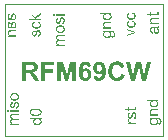
<source format=gto>
%FSTAX25Y25*%
%MOIN*%
%SFA1B1*%

%IPPOS*%
%ADD17C,0.003940*%
%LNrfm69c_to_rfm69hc-1*%
%LPD*%
G36*
X0141043Y0151511D02*
X0139256D01*
X0139195Y0151506*
X0139123Y01515*
X0139051Y0151489*
X0138984Y0151472*
X0138923Y0151456*
X0138918*
X0138901Y0151445*
X0138873Y0151428*
X013884Y0151411*
X0138807Y0151384*
X0138768Y015135*
X0138729Y0151306*
X0138696Y0151256*
X013869Y015125*
X0138679Y0151234*
X0138668Y01512*
X0138651Y0151162*
X0138635Y0151117*
X0138618Y0151062*
X0138612Y0150995*
X0138607Y0150928*
Y0150923*
Y0150917*
Y0150901*
X0138612Y0150879*
X0138618Y0150823*
X0138629Y0150751*
X0138657Y0150673*
X013869Y0150584*
X0138734Y0150496*
X0138801Y0150412*
X0138812Y0150401*
X013884Y0150379*
X0138862Y0150362*
X013889Y0150346*
X0138923Y0150324*
X0138962Y0150307*
X0139006Y0150285*
X0139062Y0150262*
X0139123Y0150246*
X013919Y0150229*
X0139262Y0150218*
X0139339Y0150207*
X0139434Y0150196*
X0141043*
Y0149724*
X0138257*
Y0150146*
X0138657*
X0138651Y0150152*
X0138635Y0150163*
X0138612Y0150179*
X0138585Y0150201*
X0138551Y0150235*
X0138513Y0150274*
X0138468Y0150318*
X0138424Y0150373*
X0138385Y0150429*
X013834Y0150496*
X0138302Y0150568*
X0138268Y0150645*
X0138241Y0150734*
X0138218Y0150823*
X0138202Y0150923*
X0138196Y0151028*
Y0151034*
Y015104*
Y0151073*
X0138202Y0151117*
X0138207Y0151178*
X0138218Y015125*
X0138235Y0151328*
X0138257Y0151411*
X0138291Y0151489*
X0138296Y01515*
X0138307Y0151522*
X0138324Y0151561*
X0138352Y0151606*
X0138385Y0151661*
X0138429Y0151711*
X0138474Y0151761*
X0138529Y0151805*
X0138535Y0151811*
X0138557Y0151822*
X0138585Y0151839*
X0138623Y0151866*
X0138679Y0151889*
X0138734Y0151911*
X0138801Y0151939*
X0138873Y0151955*
X0138879*
X0138901Y0151961*
X0138934Y0151966*
X0138979Y0151972*
X0139045*
X0139123Y0151978*
X0139217Y0151983*
X0141043*
Y0151511*
G37*
G36*
Y0154508D02*
X0140694D01*
X0140699Y0154503*
X014071Y0154497*
X0140733Y0154481*
X014076Y0154458*
X0140788Y0154431*
X0140821Y0154397*
X014086Y0154358*
X0140899Y0154308*
X0140938Y0154259*
X0140977Y0154203*
X014101Y0154136*
X0141038Y0154064*
X0141066Y0153992*
X0141088Y0153909*
X0141099Y015382*
X0141104Y0153726*
Y015372*
Y0153709*
Y0153692*
X0141099Y015367*
X0141093Y0153604*
X0141082Y0153526*
X014106Y0153432*
X0141027Y0153326*
X0140982Y0153221*
X0140921Y0153115*
Y015311*
X014091Y0153104*
X0140888Y0153071*
X0140843Y0153021*
X0140788Y015296*
X0140716Y0152888*
X0140627Y0152815*
X0140527Y0152743*
X0140411Y0152682*
X0140405*
X0140394Y0152677*
X0140377Y0152671*
X0140355Y015266*
X0140322Y0152649*
X0140283Y0152632*
X0140244Y0152621*
X0140194Y015261*
X0140083Y0152582*
X0139955Y0152555*
X0139811Y0152538*
X0139656Y0152532*
X0139584*
X013955Y0152538*
X0139506*
X0139406Y0152549*
X0139289Y0152566*
X0139162Y0152594*
X0139029Y0152627*
X0138901Y0152671*
X0138895*
X0138884Y0152677*
X0138868Y0152688*
X0138846Y0152699*
X0138784Y0152732*
X0138707Y0152777*
X0138623Y0152832*
X013854Y0152904*
X0138451Y0152988*
X0138379Y0153087*
Y0153093*
X0138374Y0153099*
X0138363Y0153115*
X0138352Y0153137*
X0138324Y0153193*
X0138285Y0153271*
X0138252Y0153359*
X0138224Y0153465*
X0138202Y0153581*
X0138196Y0153703*
Y0153709*
Y0153715*
Y0153748*
X0138202Y0153792*
X0138207Y0153853*
X0138224Y0153926*
X0138241Y0154003*
X0138268Y0154081*
X0138307Y0154153*
X0138313Y0154164*
X0138324Y0154186*
X0138352Y015422*
X0138379Y0154264*
X0138418Y015432*
X0138468Y0154369*
X0138518Y0154425*
X0138579Y0154475*
X0137203*
Y0154947*
X0141043*
Y0154508*
G37*
G36*
X0140821Y0149003D02*
X0140882D01*
X0140949Y0148997*
X0141021Y0148992*
X0141171Y0148975*
X0141326Y0148953*
X0141399Y0148936*
X0141465Y0148919*
X0141526Y0148897*
X0141582Y0148875*
X0141587*
X0141593Y014887*
X0141626Y0148847*
X0141676Y0148819*
X0141737Y0148775*
X0141804Y0148714*
X0141876Y0148642*
X0141948Y0148553*
X0142009Y0148453*
Y0148448*
X0142015Y0148442*
X0142026Y0148425*
X0142031Y0148403*
X0142048Y0148375*
X0142059Y0148342*
X0142087Y0148259*
X014212Y0148159*
X0142142Y0148037*
X0142164Y0147898*
X014217Y0147748*
Y0147743*
Y0147726*
Y0147698*
X0142164Y0147665*
Y0147621*
X0142159Y0147576*
X0142153Y0147521*
X0142142Y014746*
X0142114Y0147332*
X0142076Y0147199*
X014202Y0147066*
X0141942Y0146944*
X0141937Y0146938*
X0141931Y0146932*
X0141898Y0146894*
X0141848Y0146849*
X0141776Y0146794*
X0141682Y0146738*
X0141565Y0146688*
X0141498Y0146672*
X0141426Y0146661*
X0141354Y014665*
X0141271*
X0141332Y014711*
X0141343*
X0141365Y0147116*
X0141404Y0147127*
X0141454Y0147138*
X0141504Y014716*
X0141554Y0147188*
X0141604Y0147221*
X0141643Y0147266*
X0141648Y0147277*
X0141665Y0147299*
X0141687Y0147338*
X0141709Y0147393*
X0141737Y014746*
X0141759Y0147543*
X0141776Y0147643*
X0141781Y0147748*
Y0147754*
Y0147765*
Y0147782*
Y0147804*
X0141776Y0147859*
X0141765Y0147937*
X0141748Y0148015*
X0141726Y0148098*
X0141693Y0148181*
X0141648Y0148253*
X0141643Y0148259*
X0141626Y0148281*
X0141593Y0148314*
X0141554Y0148353*
X0141498Y0148392*
X0141437Y0148431*
X0141365Y014847*
X0141282Y0148498*
X0141276*
X0141254Y0148503*
X014121Y0148509*
X0141154Y0148514*
X0141115Y014852*
X0141071*
X0141021Y0148525*
X0140904*
X0140832Y0148531*
X0140677*
X0140682Y0148525*
X0140694Y0148514*
X014071Y0148498*
X0140733Y0148475*
X014076Y0148448*
X0140794Y0148409*
X0140827Y0148364*
X014086Y014832*
X0140927Y0148204*
X0140988Y0148076*
X014101Y0148004*
X0141027Y0147926*
X0141038Y0147843*
X0141043Y0147759*
Y0147754*
Y0147732*
X0141038Y0147704*
Y0147665*
X0141032Y0147615*
X0141021Y014756*
X014101Y0147499*
X0140993Y0147432*
X0140971Y014736*
X0140943Y0147288*
X014091Y0147216*
X0140871Y0147138*
X0140821Y0147066*
X0140766Y0146994*
X0140705Y0146927*
X0140633Y0146866*
X0140627Y014686*
X0140616Y0146855*
X0140588Y0146838*
X014056Y0146816*
X0140516Y0146794*
X0140472Y0146766*
X0140416Y0146738*
X0140349Y0146711*
X0140283Y0146683*
X0140205Y0146655*
X0140128Y0146627*
X0140039Y0146605*
X013985Y0146566*
X0139745Y0146561*
X0139639Y0146555*
X0139573*
X0139534Y0146561*
X0139495*
X0139395Y0146572*
X0139284Y0146588*
X0139162Y0146616*
X0139034Y014665*
X0138907Y0146699*
X0138901*
X013889Y0146705*
X0138873Y0146716*
X0138851Y0146727*
X013879Y014676*
X0138712Y0146805*
X0138629Y0146866*
X0138546Y0146938*
X0138457Y0147021*
X0138385Y0147116*
Y0147121*
X0138379Y0147127*
X0138368Y0147143*
X0138357Y0147166*
X0138324Y0147221*
X0138291Y0147299*
X0138257Y0147393*
X0138224Y0147504*
X0138202Y0147626*
X0138196Y0147759*
Y0147765*
Y0147782*
Y0147809*
X0138202Y0147843*
X0138207Y0147882*
X0138218Y0147932*
X0138229Y0147987*
X0138246Y0148048*
X0138268Y0148109*
X0138296Y0148176*
X0138329Y0148242*
X0138368Y0148314*
X0138413Y0148381*
X0138468Y0148448*
X0138529Y0148514*
X0138601Y0148575*
X0138257*
Y0149008*
X0140771*
X0140821Y0149003*
G37*
G36*
X0148078Y0152401D02*
X01481Y0152396D01*
X0148133Y015239*
X0148178Y0152379*
X0148222Y0152368*
X0148333Y0152329*
X014845Y0152279*
X0148577Y0152207*
X0148699Y0152119*
X0148755Y0152068*
X014881Y0152013*
X0148816Y0152007*
X0148821Y0151996*
X0148833Y015198*
X0148849Y0151957*
X0148872Y015193*
X0148894Y0151891*
X0148916Y0151847*
X0148944Y0151802*
X0148994Y0151691*
X0149032Y0151558*
X0149066Y0151414*
X0149071Y015133*
X0149077Y0151247*
Y0151242*
Y0151219*
Y0151192*
X0149071Y0151153*
X0149066Y0151103*
X0149055Y0151047*
X0149044Y0150986*
X0149032Y015092*
X0148988Y015077*
X0148955Y0150698*
X0148921Y015062*
X0148877Y0150542*
X0148827Y015047*
X0148772Y0150398*
X0148705Y0150331*
X0148699Y0150326*
X0148688Y0150315*
X0148666Y0150298*
X0148638Y0150276*
X01486Y0150254*
X0148549Y015022*
X0148494Y0150193*
X0148433Y0150159*
X0148361Y0150126*
X0148278Y0150098*
X0148194Y0150065*
X0148094Y0150043*
X0147995Y0150021*
X0147878Y0150004*
X0147761Y0149993*
X0147634Y0149987*
X0147556*
X0147517Y0149993*
X0147473*
X0147423Y0149998*
X0147367Y0150004*
X0147245Y0150021*
X0147112Y0150048*
X0146979Y0150082*
X0146846Y0150132*
X014684*
X0146829Y0150137*
X0146812Y0150148*
X014679Y0150159*
X0146729Y0150193*
X0146657Y0150243*
X0146574Y0150309*
X0146491Y0150387*
X0146407Y0150481*
X0146341Y0150587*
Y0150592*
X0146335Y0150603*
X0146324Y015062*
X0146313Y0150642*
X0146302Y015067*
X0146285Y0150703*
X0146252Y0150786*
X0146224Y0150881*
X0146196Y0150997*
X0146174Y0151119*
X0146169Y0151253*
Y0151258*
Y0151275*
Y0151297*
X0146174Y015133*
Y0151364*
X014618Y0151408*
X0146196Y0151514*
X0146224Y015163*
X0146268Y0151752*
X0146324Y0151874*
X0146402Y0151991*
Y0151996*
X0146413Y0152002*
X0146446Y0152035*
X0146496Y0152085*
X0146568Y0152146*
X0146657Y0152207*
X0146768Y0152268*
X0146896Y0152324*
X0147046Y0152363*
X0147118Y0151902*
X0147112*
X0147107Y0151897*
X0147073Y0151891*
X0147023Y0151874*
X0146962Y0151847*
X0146896Y0151819*
X0146824Y0151774*
X0146757Y0151724*
X0146701Y0151669*
X0146696Y0151663*
X0146679Y0151641*
X0146657Y0151602*
X0146629Y0151558*
X0146601Y0151497*
X0146579Y015143*
X0146563Y0151353*
X0146557Y0151269*
Y0151264*
Y0151253*
Y0151236*
X0146563Y0151208*
X0146568Y0151147*
X014659Y0151064*
X0146618Y0150975*
X0146663Y0150875*
X0146729Y0150781*
X0146768Y0150736*
X0146812Y0150692*
X0146818*
X0146824Y0150681*
X014684Y015067*
X0146862Y0150659*
X014689Y0150642*
X0146923Y015062*
X0146962Y0150603*
X0147007Y0150581*
X0147062Y0150559*
X0147123Y0150542*
X014719Y015052*
X0147262Y0150503*
X014734Y0150492*
X0147428Y0150481*
X0147523Y015047*
X0147678*
X0147712Y0150476*
X0147761*
X0147811Y0150481*
X0147933Y0150498*
X0148067Y015052*
X0148205Y0150559*
X0148328Y0150609*
X0148389Y0150642*
X0148439Y0150681*
X014845Y0150692*
X0148477Y015072*
X0148516Y015077*
X0148561Y0150831*
X0148611Y0150914*
X014865Y0151008*
X0148677Y0151119*
X0148683Y0151181*
X0148688Y0151242*
Y0151247*
Y0151253*
X0148683Y0151286*
X0148677Y0151341*
X0148666Y0151402*
X014865Y0151475*
X0148616Y0151552*
X0148577Y015163*
X0148522Y0151702*
X0148516Y0151713*
X0148488Y015173*
X014845Y0151763*
X0148389Y0151802*
X0148317Y0151841*
X0148228Y0151885*
X0148117Y0151919*
X0147995Y0151941*
X0148056Y0152407*
X0148061*
X0148078Y0152401*
G37*
G36*
Y0155088D02*
X01481Y0155082D01*
X0148133Y0155077*
X0148178Y0155066*
X0148222Y0155054*
X0148333Y0155016*
X014845Y0154966*
X0148577Y0154894*
X0148699Y0154805*
X0148755Y0154755*
X014881Y0154699*
X0148816Y0154694*
X0148821Y0154683*
X0148833Y0154666*
X0148849Y0154644*
X0148872Y0154616*
X0148894Y0154577*
X0148916Y0154533*
X0148944Y0154488*
X0148994Y0154377*
X0149032Y0154244*
X0149066Y01541*
X0149071Y0154017*
X0149077Y0153933*
Y0153928*
Y0153906*
Y0153878*
X0149071Y0153839*
X0149066Y0153789*
X0149055Y0153734*
X0149044Y0153673*
X0149032Y0153606*
X0148988Y0153456*
X0148955Y0153384*
X0148921Y0153306*
X0148877Y0153228*
X0148827Y0153156*
X0148772Y0153084*
X0148705Y0153018*
X0148699Y0153012*
X0148688Y0153001*
X0148666Y0152984*
X0148638Y0152962*
X01486Y015294*
X0148549Y0152907*
X0148494Y0152879*
X0148433Y0152846*
X0148361Y0152812*
X0148278Y0152785*
X0148194Y0152751*
X0148094Y0152729*
X0147995Y0152707*
X0147878Y015269*
X0147761Y0152679*
X0147634Y0152673*
X0147556*
X0147517Y0152679*
X0147473*
X0147423Y0152685*
X0147367Y015269*
X0147245Y0152707*
X0147112Y0152734*
X0146979Y0152768*
X0146846Y0152818*
X014684*
X0146829Y0152823*
X0146812Y0152834*
X014679Y0152846*
X0146729Y0152879*
X0146657Y0152929*
X0146574Y0152995*
X0146491Y0153073*
X0146407Y0153167*
X0146341Y0153273*
Y0153278*
X0146335Y0153289*
X0146324Y0153306*
X0146313Y0153328*
X0146302Y0153356*
X0146285Y0153389*
X0146252Y0153473*
X0146224Y0153567*
X0146196Y0153684*
X0146174Y0153806*
X0146169Y0153939*
Y0153944*
Y0153961*
Y0153983*
X0146174Y0154017*
Y015405*
X014618Y0154094*
X0146196Y01542*
X0146224Y0154316*
X0146268Y0154438*
X0146324Y015456*
X0146402Y0154677*
Y0154683*
X0146413Y0154688*
X0146446Y0154721*
X0146496Y0154771*
X0146568Y0154832*
X0146657Y0154894*
X0146768Y0154955*
X0146896Y015501*
X0147046Y0155049*
X0147118Y0154588*
X0147112*
X0147107Y0154583*
X0147073Y0154577*
X0147023Y015456*
X0146962Y0154533*
X0146896Y0154505*
X0146824Y0154461*
X0146757Y0154411*
X0146701Y0154355*
X0146696Y015435*
X0146679Y0154327*
X0146657Y0154288*
X0146629Y0154244*
X0146601Y0154183*
X0146579Y0154116*
X0146563Y0154039*
X0146557Y0153955*
Y015395*
Y0153939*
Y0153922*
X0146563Y0153894*
X0146568Y0153833*
X014659Y015375*
X0146618Y0153661*
X0146663Y0153561*
X0146729Y0153467*
X0146768Y0153423*
X0146812Y0153378*
X0146818*
X0146824Y0153367*
X014684Y0153356*
X0146862Y0153345*
X014689Y0153328*
X0146923Y0153306*
X0146962Y0153289*
X0147007Y0153267*
X0147062Y0153245*
X0147123Y0153228*
X014719Y0153206*
X0147262Y015319*
X014734Y0153179*
X0147428Y0153167*
X0147523Y0153156*
X0147678*
X0147712Y0153162*
X0147761*
X0147811Y0153167*
X0147933Y0153184*
X0148067Y0153206*
X0148205Y0153245*
X0148328Y0153295*
X0148389Y0153328*
X0148439Y0153367*
X014845Y0153378*
X0148477Y0153406*
X0148516Y0153456*
X0148561Y0153517*
X0148611Y01536*
X014865Y0153695*
X0148677Y0153806*
X0148683Y0153867*
X0148688Y0153928*
Y0153933*
Y0153939*
X0148683Y0153972*
X0148677Y0154028*
X0148666Y0154089*
X014865Y0154161*
X0148616Y0154239*
X0148577Y0154316*
X0148522Y0154388*
X0148516Y01544*
X0148488Y0154416*
X014845Y0154449*
X0148389Y0154488*
X0148317Y0154527*
X0148228Y0154572*
X0148117Y0154605*
X0147995Y0154627*
X0148056Y0155093*
X0148061*
X0148078Y0155088*
G37*
G36*
X0125394Y01472D02*
X0123551D01*
X012349Y0147194*
X0123424Y0147189*
X0123357Y0147183*
X012329Y0147172*
X012324Y0147155*
X0123235*
X0123218Y0147144*
X0123196Y0147133*
X0123168Y0147117*
X0123135Y0147094*
X0123101Y0147067*
X0123068Y0147033*
X0123035Y0146989*
X0123029Y0146983*
X0123024Y0146967*
X0123013Y0146945*
X0122996Y0146906*
X0122979Y0146867*
X0122968Y0146817*
X0122963Y0146767*
X0122957Y0146706*
Y01467*
Y0146695*
Y0146678*
X0122963Y0146656*
X0122968Y01466*
X0122979Y0146534*
X0123007Y0146456*
X012304Y0146373*
X0123091Y014629*
X0123157Y0146212*
X0123168Y0146206*
X0123196Y0146184*
X012324Y0146151*
X0123307Y0146118*
X0123396Y0146079*
X0123501Y0146051*
X0123629Y0146029*
X0123779Y0146018*
X0125394*
Y0145546*
X012354*
X0123479Y014554*
X0123412Y0145529*
X0123335Y0145518*
X0123257Y0145496*
X0123185Y0145468*
X0123118Y0145429*
X0123113Y0145424*
X0123091Y0145407*
X0123068Y0145379*
X0123035Y0145341*
X0123007Y0145291*
X0122979Y0145224*
X0122963Y0145146*
X0122957Y0145052*
Y0145041*
Y0145019*
X0122963Y014498*
X0122968Y0144936*
X0122985Y014488*
X0123002Y0144813*
X0123029Y0144752*
X0123063Y0144686*
X0123068Y014468*
X0123085Y0144658*
X0123107Y014463*
X012314Y0144591*
X0123185Y0144553*
X012324Y0144514*
X0123301Y0144475*
X0123373Y0144441*
X0123385Y0144436*
X0123412Y014443*
X0123457Y0144419*
X0123518Y0144403*
X0123601Y0144386*
X0123701Y0144375*
X0123818Y0144369*
X0123951Y0144364*
X0125394*
Y0143892*
X0122608*
Y0144314*
X0123007*
X0122996Y0144319*
X0122974Y0144336*
X0122935Y0144369*
X0122891Y0144408*
X0122835Y0144458*
X012278Y0144519*
X0122724Y0144586*
X0122674Y0144664*
X0122669Y0144675*
X0122652Y0144702*
X0122635Y0144747*
X0122608Y0144808*
X0122585Y014488*
X0122569Y0144963*
X0122552Y0145058*
X0122547Y0145158*
Y0145163*
Y0145174*
Y0145185*
Y0145207*
X0122552Y0145268*
X0122563Y0145335*
X012258Y0145418*
X0122602Y0145502*
X0122635Y0145585*
X012268Y0145662*
X0122685Y0145674*
X0122702Y0145696*
X012273Y0145729*
X0122774Y0145773*
X0122824Y0145818*
X0122885Y0145868*
X0122957Y0145912*
X012304Y0145946*
X0123035Y0145951*
X0123018Y0145962*
X0122996Y0145979*
X0122963Y0146007*
X0122924Y014604*
X0122885Y0146079*
X0122841Y0146123*
X0122791Y0146179*
X0122746Y014624*
X0122702Y0146301*
X0122663Y0146373*
X0122624Y0146451*
X0122591Y0146534*
X0122569Y0146623*
X0122552Y0146712*
X0122547Y0146811*
Y0146817*
Y0146828*
Y014685*
X0122552Y0146878*
Y0146917*
X0122558Y0146956*
X0122574Y014705*
X0122602Y014715*
X0122646Y0147255*
X0122702Y0147361*
X012278Y014745*
X0122791Y0147461*
X0122824Y0147483*
X0122874Y0147522*
X0122913Y0147538*
X0122952Y0147561*
X0123002Y0147583*
X0123052Y0147599*
X0123107Y0147622*
X0123174Y0147638*
X012324Y0147649*
X0123318Y0147661*
X0123396Y0147672*
X0125394*
Y01472*
G37*
G36*
Y0154043D02*
X0122608D01*
Y0154515*
X0125394*
Y0154043*
G37*
G36*
X0116689Y0149258D02*
X011675Y0149247D01*
X0116816Y014923*
X0116888Y0149202*
X0116972Y0149169*
X0117049Y0149124*
X011706Y0149119*
X0117083Y0149097*
X0117122Y0149069*
X0117166Y0149024*
X0117216Y0148963*
X0117271Y0148897*
X0117321Y0148819*
X0117371Y0148725*
Y0148719*
X0117377Y0148714*
X0117388Y014868*
X0117405Y0148625*
X0117427Y0148553*
X0117449Y0148464*
X0117466Y0148364*
X0117477Y0148259*
X0117482Y0148136*
Y0148131*
Y0148114*
Y0148087*
X0117477Y0148048*
Y0148003*
X0117471Y0147948*
X0117466Y0147892*
X0117455Y0147831*
X0117427Y0147698*
X0117388Y0147559*
X0117332Y0147426*
X0117299Y0147365*
X011726Y014731*
X0117255Y0147304*
X0117249Y0147299*
X0117216Y0147265*
X0117166Y0147215*
X0117088Y014716*
X0116994Y0147099*
X0116883Y0147038*
X0116744Y0146988*
X0116589Y0146949*
X0116517Y0147415*
X0116528*
X0116561Y0147426*
X0116616Y0147437*
X0116677Y0147459*
X0116744Y0147487*
X0116816Y014752*
X0116888Y014757*
X0116949Y0147632*
X0116955Y0147643*
X0116972Y0147665*
X0116994Y0147709*
X0117022Y0147765*
X0117049Y0147837*
X0117072Y014792*
X0117088Y014802*
X0117094Y0148136*
Y0148142*
Y0148153*
Y014817*
Y0148192*
X0117088Y0148248*
X0117077Y014832*
X011706Y0148397*
X0117038Y0148481*
X011701Y0148553*
X0116966Y0148619*
X0116961Y0148625*
X0116944Y0148647*
X0116916Y0148669*
X0116877Y0148703*
X0116833Y014873*
X0116777Y0148758*
X0116722Y0148775*
X0116655Y014878*
X0116628*
X01166Y0148775*
X0116561Y0148764*
X0116522Y0148747*
X0116483Y0148719*
X0116439Y0148686*
X0116406Y0148636*
X01164Y014863*
X0116394Y0148614*
X0116378Y0148586*
X0116361Y0148542*
X0116339Y0148475*
X0116322Y0148436*
X0116311Y0148392*
X0116295Y0148342*
X0116278Y0148286*
X0116261Y0148225*
X0116245Y0148153*
Y0148148*
X0116239Y0148131*
X0116234Y0148103*
X0116223Y014807*
X0116211Y0148026*
X0116195Y0147976*
X0116167Y014787*
X0116128Y0147748*
X0116095Y0147632*
X0116056Y014752*
X0116034Y014747*
X0116017Y0147432*
X0116012Y0147421*
X0116Y0147398*
X0115978Y0147365*
X0115951Y0147321*
X0115912Y0147271*
X0115867Y0147221*
X0115817Y0147171*
X0115756Y0147126*
X0115751Y0147121*
X0115728Y014711*
X011569Y0147093*
X0115645Y0147076*
X011559Y014706*
X0115523Y0147043*
X0115456Y0147032*
X0115379Y0147027*
X0115346*
X0115312Y0147032*
X0115262Y0147038*
X0115212Y0147049*
X0115151Y014706*
X0115096Y0147082*
X0115035Y014711*
X0115029Y0147115*
X0115007Y0147126*
X0114979Y0147143*
X011494Y0147171*
X0114901Y0147204*
X0114852Y0147243*
X0114807Y0147287*
X0114768Y0147343*
X0114763Y0147348*
X0114757Y0147365*
X0114741Y0147387*
X0114724Y0147421*
X0114702Y0147465*
X011468Y0147515*
X0114657Y0147576*
X0114635Y0147643*
X011463Y0147654*
X0114624Y0147676*
X0114613Y0147715*
X0114602Y0147765*
X0114591Y0147826*
X0114585Y0147892*
X0114574Y014797*
Y0148048*
Y0148053*
Y0148064*
Y0148081*
Y0148103*
X011458Y0148164*
X0114585Y0148248*
X0114596Y0148336*
X0114619Y0148431*
X0114641Y0148531*
X0114674Y0148625*
Y014863*
X011468Y0148636*
X0114691Y0148664*
X0114713Y0148708*
X0114741Y0148764*
X0114779Y0148825*
X0114824Y0148886*
X0114874Y0148941*
X0114929Y0148991*
X0114935Y0148997*
X0114957Y0149008*
X0114996Y014903*
X011504Y0149058*
X0115107Y0149086*
X0115179Y0149113*
X0115262Y0149135*
X0115357Y0149158*
X0115418Y0148697*
X0115407*
X0115384Y0148691*
X0115346Y014868*
X0115296Y0148664*
X0115246Y0148636*
X011519Y0148603*
X0115135Y0148564*
X0115085Y0148508*
X0115079Y0148503*
X0115068Y0148481*
X0115046Y0148447*
X0115024Y0148397*
X0115001Y0148342*
X0114979Y014827*
X0114968Y0148181*
X0114963Y0148087*
Y0148081*
Y014807*
Y0148053*
Y0148031*
X0114968Y0147976*
X0114974Y0147903*
X011499Y0147831*
X0115007Y0147754*
X0115035Y0147681*
X0115074Y014762*
X0115079Y0147615*
X011509Y0147598*
X0115112Y0147576*
X0115146Y0147554*
X0115179Y0147526*
X0115224Y0147504*
X0115273Y0147487*
X0115323Y0147482*
X011534*
X0115357Y0147487*
X0115379*
X0115434Y0147504*
X011549Y0147537*
X0115495Y0147543*
X0115501Y0147548*
X0115518Y0147559*
X0115534Y0147582*
X0115551Y0147604*
X0115573Y0147637*
X011559Y0147676*
X0115612Y014772*
Y0147726*
X0115618Y0147737*
X0115623Y0147759*
X011564Y0147798*
X0115656Y0147854*
X0115673Y0147926*
X011569Y014797*
X0115701Y014802*
X0115717Y0148075*
X0115734Y0148136*
Y0148142*
X011574Y0148159*
X0115745Y0148187*
X0115756Y014822*
X0115767Y0148259*
X0115778Y0148309*
X0115812Y0148414*
X0115845Y0148531*
X0115884Y0148647*
X0115923Y0148753*
X0115939Y0148797*
X0115956Y0148836*
X0115962Y0148847*
X0115973Y0148869*
X0115989Y0148902*
X0116017Y0148952*
X011605Y0149002*
X0116095Y0149052*
X0116145Y0149102*
X01162Y0149147*
X0116206Y0149152*
X0116228Y0149163*
X0116261Y0149186*
X0116311Y0149208*
X0116372Y0149224*
X0116439Y0149247*
X0116517Y0149258*
X0116605Y0149263*
X0116644*
X0116689Y0149258*
G37*
G36*
X0122091Y0154043D02*
X0121553D01*
Y0154515*
X0122091*
Y0154043*
G37*
G36*
X0124095Y0150796D02*
X0124151Y0150791D01*
X0124206*
X0124267Y015078*
X0124406Y0150763*
X0124545Y015073*
X0124683Y0150691*
X0124811Y0150635*
X0124817*
X0124822Y015063*
X0124839Y0150619*
X0124861Y0150608*
X0124916Y0150569*
X0124983Y0150519*
X0125061Y0150452*
X0125138Y0150369*
X0125216Y0150275*
X0125288Y0150164*
Y0150158*
X0125294Y0150153*
X0125305Y0150136*
X0125316Y0150108*
X0125327Y015008*
X0125338Y0150047*
X0125372Y0149964*
X0125399Y0149869*
X0125427Y0149753*
X0125449Y0149631*
X0125455Y0149498*
Y0149492*
Y014947*
Y0149442*
X0125449Y0149398*
X0125444Y0149348*
X0125433Y0149292*
X0125422Y0149226*
X012541Y0149159*
X0125366Y0149009*
X0125333Y0148926*
X0125299Y0148848*
X0125255Y014877*
X0125205Y0148693*
X012515Y0148621*
X0125083Y0148548*
X0125077Y0148543*
X0125066Y0148532*
X0125044Y0148515*
X0125011Y0148493*
X0124972Y0148465*
X0124927Y0148438*
X0124872Y0148404*
X0124805Y0148371*
X0124733Y0148338*
X012465Y0148304*
X0124561Y0148277*
X0124467Y0148249*
X0124361Y0148227*
X012425Y014821*
X0124128Y0148199*
X0124001Y0148193*
X0123967*
X0123928Y0148199*
X0123873*
X0123812Y0148204*
X0123734Y0148215*
X0123656Y0148227*
X0123568Y0148249*
X0123479Y0148271*
X0123385Y0148299*
X0123285Y0148332*
X012319Y0148377*
X0123101Y0148421*
X0123013Y0148482*
X012293Y0148543*
X0122857Y0148621*
X0122852Y0148626*
X0122846Y0148637*
X012283Y014866*
X0122807Y0148687*
X0122785Y0148721*
X0122757Y0148765*
X012273Y0148809*
X0122702Y0148865*
X0122674Y0148926*
X0122646Y0148993*
X0122597Y0149142*
X0122558Y0149314*
X0122552Y0149403*
X0122547Y0149498*
Y0149503*
Y0149525*
Y0149553*
X0122552Y0149592*
X0122558Y0149642*
X0122569Y0149697*
X012258Y0149758*
X0122591Y0149831*
X0122641Y014998*
X0122669Y0150058*
X0122707Y0150136*
X0122746Y0150214*
X0122802Y0150291*
X0122857Y0150363*
X0122924Y0150435*
X012293Y0150441*
X0122941Y0150452*
X0122963Y0150469*
X0122991Y0150491*
X0123029Y0150519*
X0123079Y0150552*
X0123135Y0150585*
X0123196Y0150619*
X0123263Y0150652*
X0123346Y0150685*
X0123429Y0150719*
X0123523Y0150746*
X0123623Y0150768*
X0123729Y0150785*
X012384Y0150796*
X0123962Y0150802*
X0124051*
X0124095Y0150796*
G37*
G36*
X0124661Y0153477D02*
X0124722Y0153466D01*
X0124789Y0153449*
X0124861Y0153421*
X0124944Y0153388*
X0125022Y0153344*
X0125033Y0153338*
X0125055Y0153316*
X0125094Y0153288*
X0125138Y0153244*
X0125188Y0153183*
X0125244Y0153116*
X0125294Y0153039*
X0125344Y0152944*
Y0152939*
X0125349Y0152933*
X012536Y01529*
X0125377Y0152844*
X0125399Y0152772*
X0125422Y0152683*
X0125438Y0152583*
X0125449Y0152478*
X0125455Y0152356*
Y015235*
Y0152334*
Y0152306*
X0125449Y0152267*
Y0152223*
X0125444Y0152167*
X0125438Y0152112*
X0125427Y0152051*
X0125399Y0151917*
X012536Y0151779*
X0125305Y0151645*
X0125272Y0151584*
X0125233Y0151529*
X0125227Y0151523*
X0125222Y0151518*
X0125188Y0151485*
X0125138Y0151435*
X0125061Y0151379*
X0124966Y0151318*
X0124855Y0151257*
X0124717Y0151207*
X0124561Y0151168*
X0124489Y0151634*
X01245*
X0124533Y0151645*
X0124589Y0151656*
X012465Y0151679*
X0124717Y0151707*
X0124789Y015174*
X0124861Y015179*
X0124922Y0151851*
X0124927Y0151862*
X0124944Y0151884*
X0124966Y0151928*
X0124994Y0151984*
X0125022Y0152056*
X0125044Y0152139*
X0125061Y0152239*
X0125066Y0152356*
Y0152361*
Y0152373*
Y0152389*
Y0152411*
X0125061Y0152467*
X012505Y0152539*
X0125033Y0152617*
X0125011Y01527*
X0124983Y0152772*
X0124939Y0152839*
X0124933Y0152844*
X0124916Y0152866*
X0124889Y0152889*
X012485Y0152922*
X0124805Y015295*
X012475Y0152977*
X0124694Y0152994*
X0124628Y0153*
X01246*
X0124572Y0152994*
X0124533Y0152983*
X0124495Y0152966*
X0124456Y0152939*
X0124411Y0152905*
X0124378Y0152855*
X0124372Y015285*
X0124367Y0152833*
X012435Y0152805*
X0124334Y0152761*
X0124311Y0152694*
X0124295Y0152655*
X0124284Y0152611*
X0124267Y0152561*
X012425Y0152506*
X0124234Y0152445*
X0124217Y0152373*
Y0152367*
X0124212Y015235*
X0124206Y0152322*
X0124195Y0152289*
X0124184Y0152245*
X0124167Y0152195*
X0124139Y0152089*
X01241Y0151967*
X0124067Y0151851*
X0124028Y015174*
X0124006Y015169*
X012399Y0151651*
X0123984Y015164*
X0123973Y0151618*
X0123951Y0151584*
X0123923Y015154*
X0123884Y015149*
X012384Y015144*
X012379Y015139*
X0123729Y0151346*
X0123723Y015134*
X0123701Y0151329*
X0123662Y0151312*
X0123618Y0151296*
X0123562Y0151279*
X0123496Y0151262*
X0123429Y0151251*
X0123351Y0151246*
X0123318*
X0123285Y0151251*
X0123235Y0151257*
X0123185Y0151268*
X0123124Y0151279*
X0123068Y0151301*
X0123007Y0151329*
X0123002Y0151335*
X0122979Y0151346*
X0122952Y0151362*
X0122913Y015139*
X0122874Y0151423*
X0122824Y0151462*
X012278Y0151507*
X0122741Y0151562*
X0122735Y0151568*
X012273Y0151584*
X0122713Y0151607*
X0122696Y015164*
X0122674Y0151684*
X0122652Y0151734*
X012263Y0151795*
X0122608Y0151862*
X0122602Y0151873*
X0122597Y0151895*
X0122585Y0151934*
X0122574Y0151984*
X0122563Y0152045*
X0122558Y0152112*
X0122547Y0152189*
Y0152267*
Y0152273*
Y0152284*
Y01523*
Y0152322*
X0122552Y0152384*
X0122558Y0152467*
X0122569Y0152556*
X0122591Y015265*
X0122613Y015275*
X0122646Y0152844*
Y015285*
X0122652Y0152855*
X0122663Y0152883*
X0122685Y0152927*
X0122713Y0152983*
X0122752Y0153044*
X0122796Y0153105*
X0122846Y0153161*
X0122902Y015321*
X0122907Y0153216*
X012293Y0153227*
X0122968Y0153249*
X0123013Y0153277*
X0123079Y0153305*
X0123152Y0153333*
X0123235Y0153355*
X0123329Y0153377*
X012339Y0152916*
X0123379*
X0123357Y0152911*
X0123318Y01529*
X0123268Y0152883*
X0123218Y0152855*
X0123163Y0152822*
X0123107Y0152783*
X0123057Y0152728*
X0123052Y0152722*
X012304Y01527*
X0123018Y0152667*
X0122996Y0152617*
X0122974Y0152561*
X0122952Y0152489*
X0122941Y01524*
X0122935Y0152306*
Y01523*
Y0152289*
Y0152273*
Y015225*
X0122941Y0152195*
X0122946Y0152123*
X0122963Y0152051*
X0122979Y0151973*
X0123007Y0151901*
X0123046Y015184*
X0123052Y0151834*
X0123063Y0151818*
X0123085Y0151795*
X0123118Y0151773*
X0123152Y0151745*
X0123196Y0151723*
X0123246Y0151707*
X0123296Y0151701*
X0123312*
X0123329Y0151707*
X0123351*
X0123407Y0151723*
X0123462Y0151756*
X0123468Y0151762*
X0123473Y0151768*
X012349Y0151779*
X0123507Y0151801*
X0123523Y0151823*
X0123546Y0151856*
X0123562Y0151895*
X0123584Y015194*
Y0151945*
X012359Y0151956*
X0123595Y0151978*
X0123612Y0152017*
X0123629Y0152073*
X0123645Y0152145*
X0123662Y0152189*
X0123673Y0152239*
X012369Y0152295*
X0123706Y0152356*
Y0152361*
X0123712Y0152378*
X0123718Y0152406*
X0123729Y0152439*
X012374Y0152478*
X0123751Y0152528*
X0123784Y0152633*
X0123818Y015275*
X0123856Y0152866*
X0123895Y0152972*
X0123912Y0153016*
X0123928Y0153055*
X0123934Y0153066*
X0123945Y0153088*
X0123962Y0153122*
X012399Y0153172*
X0124023Y0153222*
X0124067Y0153272*
X0124117Y0153322*
X0124173Y0153366*
X0124178Y0153372*
X01242Y0153383*
X0124234Y0153405*
X0124284Y0153427*
X0124345Y0153444*
X0124411Y0153466*
X0124489Y0153477*
X0124578Y0153482*
X0124617*
X0124661Y0153477*
G37*
G36*
X0152697Y0132382D02*
X0151321D01*
X0150082Y0137092*
X0148825Y0132382*
X014744*
X0145946Y0138686*
X0147249*
X0148196Y013435*
X0149344Y0138686*
X0150874*
X0151968Y0134277*
X0152933Y0138686*
X0154218*
X0152697Y0132382*
G37*
G36*
X0129111D02*
X0127936D01*
X0127926Y0137338*
X0126688Y0132382*
X0125458*
X0124219Y0137338*
Y0132382*
X0123044*
Y0138686*
X0124948*
X0126077Y0134377*
X0127198Y0138686*
X0129111*
Y0132382*
G37*
G36*
X0137046Y0138713D02*
X0137118D01*
X01372Y0138704*
X0137292Y0138686*
X0137401Y0138659*
X013751Y0138631*
X0137638Y0138586*
X0137765Y013854*
X0137893Y0138477*
X0138029Y0138404*
X0138157Y0138322*
X0138285Y0138221*
X0138412Y0138103*
X0138531Y0137975*
X013854Y0137966*
X0138558Y0137939*
X0138585Y0137893*
X0138631Y013783*
X0138676Y0137748*
X0138731Y0137647*
X0138786Y0137529*
X013884Y0137392*
X0138895Y0137228*
X0138959Y0137046*
X0139004Y0136846*
X013905Y0136627*
X0139095Y0136381*
X0139123Y0136117*
X0139141Y0135835*
X013915Y0135525*
Y0135516*
Y0135507*
Y0135479*
Y0135452*
Y0135361*
X0139141Y0135242*
X0139132Y0135097*
X0139113Y0134933*
X0139095Y013476*
X0139068Y0134568*
X0139032Y0134359*
X0138995Y0134158*
X013894Y0133949*
X0138877Y0133739*
X0138804Y0133548*
X0138713Y0133357*
X0138622Y0133184*
X0138503Y0133029*
X0138494Y013302*
X0138476Y0132992*
X0138439Y0132956*
X0138385Y013291*
X0138321Y0132856*
X0138248Y0132783*
X0138157Y0132719*
X0138057Y0132646*
X0137947Y0132573*
X013782Y0132509*
X0137683Y0132446*
X0137538Y0132382*
X0137373Y0132336*
X0137209Y01323*
X0137036Y0132273*
X0136845Y0132264*
X0136772*
X0136727Y0132273*
X0136663*
X013659Y0132282*
X0136417Y0132309*
X0136226Y0132364*
X0136034Y0132427*
X0135834Y0132528*
X0135743Y0132582*
X0135652Y0132655*
X0135643Y0132664*
X0135634Y0132673*
X0135606Y0132701*
X0135579Y0132728*
X0135542Y0132774*
X0135497Y0132819*
X013546Y0132883*
X0135406Y0132947*
X013536Y0133029*
X0135306Y0133111*
X013526Y0133211*
X0135214Y013332*
X0135169Y013343*
X0135132Y0133557*
X0135096Y0133685*
X0135069Y013383*
X0136235Y0133967*
Y0133949*
X0136244Y0133903*
X0136253Y0133839*
X013628Y0133767*
X0136308Y0133676*
X0136344Y0133584*
X013639Y0133502*
X0136453Y013343*
X0136462Y013342*
X013649Y0133402*
X0136526Y0133375*
X0136581Y0133348*
X0136654Y013332*
X0136727Y0133293*
X0136827Y0133275*
X0136927Y0133266*
X0136945*
X0136991Y0133275*
X0137055Y0133284*
X0137146Y0133311*
X0137246Y0133348*
X0137346Y0133411*
X0137455Y0133493*
X0137556Y0133603*
X0137565Y0133621*
X0137583Y0133639*
X0137601Y0133676*
X0137619Y0133712*
X0137647Y0133767*
X0137665Y013383*
X0137701Y0133912*
X0137729Y0134003*
X0137756Y0134104*
X0137783Y0134222*
X0137811Y013435*
X0137838Y0134495*
X0137856Y0134659*
X0137874Y0134842*
X0137893Y0135033*
X0137884Y0135024*
X0137874Y0135015*
X0137847Y0134987*
X0137811Y0134951*
X0137765Y0134915*
X0137711Y0134869*
X0137583Y0134769*
X0137419Y0134669*
X0137219Y0134587*
X0137109Y013455*
X0137Y0134532*
X0136882Y0134514*
X0136754Y0134504*
X0136681*
X0136627Y0134514*
X0136563Y0134523*
X013649Y0134532*
X0136317Y0134577*
X0136116Y0134641*
X0136016Y0134696*
X0135907Y013475*
X0135798Y0134814*
X0135688Y0134887*
X0135579Y0134978*
X0135479Y0135078*
X0135469Y0135088*
X0135451Y0135106*
X0135433Y0135142*
X0135397Y0135179*
X0135351Y0135242*
X0135306Y0135306*
X013526Y0135388*
X0135214Y0135479*
X013516Y013558*
X0135114Y0135698*
X0135069Y0135816*
X0135023Y0135953*
X0134987Y013609*
X0134968Y0136244*
X013495Y0136408*
X0134941Y0136573*
Y0136582*
Y0136618*
Y0136664*
X013495Y0136737*
X0134959Y0136819*
X0134968Y013691*
X0134987Y0137019*
X0135014Y0137128*
X0135078Y0137374*
X0135123Y0137511*
X0135178Y0137638*
X0135242Y0137766*
X0135324Y0137893*
X0135406Y0138012*
X0135506Y013813*
X0135515Y0138139*
X0135533Y0138158*
X0135561Y0138185*
X0135606Y0138221*
X013567Y0138267*
X0135734Y0138322*
X0135816Y0138367*
X0135907Y0138431*
X0135998Y0138486*
X0136116Y0138531*
X0136235Y0138586*
X0136362Y0138631*
X0136499Y0138668*
X0136645Y0138695*
X0136791Y0138713*
X0136954Y0138723*
X0137*
X0137046Y0138713*
G37*
G36*
X0114243Y0138677D02*
X0114343D01*
X0114444Y0138668*
X0114562*
X0114799Y013864*
X0115045Y0138613*
X0115273Y0138568*
X0115373Y013854*
X0115464Y0138513*
X0115473*
X0115482Y0138504*
X0115537Y0138477*
X0115619Y0138431*
X0115728Y0138376*
X0115847Y0138285*
X0115965Y0138185*
X0116083Y0138057*
X0116193Y0137902*
Y0137893*
X0116202Y0137884*
X011622Y0137857*
X0116238Y013783*
X0116284Y0137739*
X0116339Y013762*
X0116384Y0137474*
X011643Y013731*
X0116466Y0137119*
X0116475Y0136919*
Y013691*
Y0136891*
Y0136846*
X0116466Y01368*
Y0136737*
X0116457Y0136673*
X011642Y0136509*
X0116375Y0136317*
X0116302Y0136126*
X0116193Y0135926*
X0116129Y0135835*
X0116056Y0135743*
X0116047Y0135734*
X0116038Y0135725*
X011601Y0135698*
X0115974Y0135671*
X0115938Y0135634*
X0115883Y0135589*
X0115819Y0135543*
X0115746Y0135497*
X0115664Y0135443*
X0115564Y0135397*
X0115464Y0135352*
X0115355Y0135306*
X0115227Y0135261*
X01151Y0135224*
X0114963Y0135188*
X0114808Y013516*
X0114817*
X0114826Y0135151*
X0114881Y0135115*
X0114954Y0135069*
X0115045Y0135006*
X0115154Y0134924*
X0115263Y0134842*
X0115382Y0134741*
X0115482Y0134632*
X0115491Y0134623*
X0115537Y0134577*
X0115592Y0134504*
X0115673Y0134395*
X0115783Y0134258*
X0115838Y0134168*
X0115901Y0134076*
X0115974Y0133976*
X0116047Y0133867*
X0116129Y0133739*
X0116211Y0133612*
X0116985Y0132382*
X0115455*
X0114544Y0133748*
X0114535Y0133757*
X0114526Y0133785*
X0114498Y0133821*
X0114462Y0133867*
X0114425Y0133922*
X011438Y0133994*
X011428Y013414*
X0114161Y0134304*
X0114052Y013445*
X0113952Y0134587*
X0113906Y0134632*
X011387Y0134678*
X0113861Y0134687*
X0113842Y0134705*
X0113806Y0134741*
X011376Y0134787*
X0113697Y0134823*
X0113633Y0134869*
X011356Y0134905*
X0113487Y0134942*
X0113478*
X0113451Y0134951*
X0113405Y0134969*
X0113332Y0134978*
X0113241Y0134996*
X0113132Y0135006*
X0113004Y0135015*
X0112594*
Y0132382*
X0111319*
Y0138686*
X0114161*
X0114243Y0138677*
G37*
G36*
X0122005Y013762D02*
X0118953D01*
Y0136126*
X0121586*
Y013506*
X0118953*
Y0132382*
X0117678*
Y0138686*
X0122005*
Y013762*
G37*
G36*
X0143113Y0138795D02*
X0143213Y0138786D01*
X0143322Y0138768*
X014345Y013875*
X0143587Y0138723*
X0143732Y0138686*
X0143887Y013864*
X0144042Y0138586*
X0144206Y0138513*
X0144361Y013844*
X0144507Y0138349*
X0144661Y013824*
X0144798Y0138121*
X0144807*
X0144816Y0138103*
X0144844Y0138076*
X0144871Y0138048*
X0144907Y0138003*
X0144944Y0137948*
X0145044Y0137821*
X0145144Y0137657*
X0145254Y0137456*
X0145354Y0137228*
X0145445Y0136964*
X0144188Y0136664*
Y0136673*
X0144179Y0136682*
Y0136709*
X014416Y0136746*
X0144133Y0136828*
X0144088Y0136937*
X0144024Y0137064*
X0143942Y0137192*
X0143833Y013732*
X0143714Y0137429*
X0143696Y0137438*
X014365Y0137474*
X0143577Y013752*
X0143477Y0137575*
X014335Y0137629*
X0143204Y0137675*
X014304Y0137711*
X0142858Y013772*
X0142794*
X0142739Y0137711*
X0142685Y0137702*
X0142612Y0137693*
X0142457Y0137657*
X0142275Y0137593*
X0142083Y0137502*
X0141983Y0137447*
X0141892Y0137383*
X0141801Y0137301*
X0141719Y013721*
Y0137201*
X0141701Y0137183*
X0141683Y0137155*
X0141655Y013711*
X0141619Y0137055*
X0141582Y0136992*
X0141546Y013691*
X0141509Y0136819*
X0141464Y0136709*
X0141427Y0136591*
X0141391Y0136454*
X0141355Y0136308*
X0141327Y0136144*
X0141309Y0135971*
X01413Y013578*
X0141291Y013557*
Y0135561*
Y0135516*
Y0135452*
X01413Y0135379*
Y0135279*
X0141318Y013516*
X0141327Y0135042*
X0141346Y0134905*
X01414Y0134623*
X0141473Y0134341*
X0141519Y0134204*
X0141582Y0134076*
X0141646Y0133958*
X0141719Y0133858*
X0141728Y0133849*
X0141737Y0133839*
X0141764Y0133812*
X0141801Y0133776*
X0141892Y0133703*
X014202Y0133612*
X0142174Y0133511*
X0142366Y0133439*
X0142584Y0133375*
X0142703Y0133366*
X014283Y0133357*
X0142876*
X0142912Y0133366*
X0143013Y0133375*
X0143131Y0133393*
X0143259Y0133439*
X0143404Y0133493*
X014355Y0133566*
X0143696Y0133676*
X0143714Y0133694*
X014376Y0133739*
X0143823Y0133812*
X0143896Y0133922*
X0143987Y0134067*
X0144069Y013424*
X0144151Y013445*
X0144224Y0134696*
X0145463Y0134313*
Y0134304*
X0145454Y0134268*
X0145436Y0134213*
X0145408Y013414*
X0145372Y0134058*
X0145336Y0133958*
X014529Y0133849*
X0145235Y013373*
X0145108Y0133484*
X0144944Y0133229*
X0144744Y0132983*
X0144634Y0132874*
X0144516Y0132774*
X0144507Y0132764*
X0144488Y0132755*
X0144452Y0132728*
X0144397Y0132692*
X0144334Y0132655*
X0144252Y0132619*
X014416Y0132573*
X014406Y0132528*
X0143942Y0132473*
X0143814Y0132427*
X0143678Y0132391*
X0143532Y0132355*
X0143377Y0132318*
X0143204Y0132291*
X0143031Y0132282*
X014284Y0132273*
X0142785*
X0142721Y0132282*
X014263Y0132291*
X014253Y01323*
X0142402Y0132318*
X0142266Y0132345*
X0142111Y0132382*
X0141956Y0132427*
X0141792Y0132482*
X0141619Y0132555*
X0141446Y0132637*
X0141273Y0132728*
X01411Y0132846*
X0140936Y0132974*
X0140781Y0133129*
X0140771Y0133138*
X0140744Y0133165*
X0140708Y013322*
X0140653Y0133284*
X0140598Y0133375*
X0140526Y0133475*
X0140453Y0133603*
X014038Y0133748*
X0140307Y0133903*
X0140234Y0134076*
X0140161Y0134277*
X0140106Y0134486*
X0140052Y0134705*
X0140015Y0134951*
X0139988Y0135206*
X0139979Y0135479*
Y0135488*
Y0135497*
Y0135552*
X0139988Y0135634*
Y0135743*
X0140006Y0135871*
X0140024Y0136026*
X0140043Y013619*
X0140079Y0136381*
X0140125Y0136573*
X0140179Y0136773*
X0140243Y0136973*
X0140325Y0137183*
X0140416Y0137383*
X0140526Y0137575*
X0140644Y0137757*
X014079Y013793*
X0140799Y0137939*
X0140826Y0137966*
X0140872Y0138012*
X0140936Y0138066*
X0141017Y013813*
X0141118Y0138203*
X0141227Y0138285*
X0141364Y0138367*
X0141509Y0138449*
X0141664Y0138531*
X0141847Y0138604*
X0142029Y0138668*
X0142238Y0138723*
X0142448Y0138768*
X0142685Y0138795*
X0142921Y0138804*
X0143031*
X0143113Y0138795*
G37*
G36*
X0156791Y0155142D02*
X0156797Y015512D01*
X0156802Y0155081*
X0156808Y0155032*
X0156819Y0154976*
X0156825Y0154915*
X015683Y0154793*
Y0154782*
Y0154748*
X0156825Y0154704*
X0156819Y0154649*
X0156814Y0154582*
X0156797Y0154515*
X015678Y0154454*
X0156753Y0154393*
X0156747Y0154388*
X0156736Y0154371*
X0156719Y0154349*
X0156691Y0154316*
X0156664Y0154288*
X0156625Y0154254*
X0156586Y0154221*
X0156536Y0154199*
X015653*
X0156508Y0154188*
X0156469Y0154182*
X0156414Y0154171*
X0156342Y015416*
X0156297Y0154155*
X0156247*
X0156186Y0154149*
X0156125Y0154144*
X0154372*
Y0153794*
X0154005*
Y0154144*
X0153317*
X0153034Y0154615*
X0154005*
Y0155093*
X0154372*
Y0154615*
X0156075*
X0156114Y0154621*
X0156203Y0154626*
X0156242Y0154632*
X015627Y0154638*
X0156281Y0154643*
X0156303Y015466*
X0156331Y0154682*
X0156358Y0154721*
X0156364Y0154732*
X0156375Y015476*
X0156386Y0154809*
X0156392Y0154882*
Y0154887*
Y0154898*
Y0154915*
Y0154937*
X0156386Y0154965*
Y0155004*
X0156381Y0155048*
X0156375Y0155093*
X0156791Y0155154*
Y0155142*
G37*
G36*
X0149016Y0148644D02*
Y0148195D01*
X014623Y0147146*
Y0147645*
X01479Y0148245*
X0147906*
X0147911Y014825*
X0147928Y0148256*
X0147945Y0148261*
X0148Y0148278*
X0148072Y01483*
X0148155Y0148328*
X014825Y0148361*
X0148355Y0148389*
X0148461Y0148422*
X014845Y0148428*
X0148422Y0148433*
X0148378Y014845*
X0148311Y0148467*
X0148239Y0148494*
X0148144Y0148522*
X0148045Y0148561*
X0147933Y01486*
X014623Y0149216*
Y0149704*
X0149016Y0148644*
G37*
G36*
X0156791Y0152867D02*
X0155004D01*
X0154943Y0152861*
X0154871Y0152856*
X0154799Y0152845*
X0154732Y0152828*
X0154671Y0152812*
X0154666*
X0154649Y01528*
X0154621Y0152784*
X0154588Y0152767*
X0154555Y0152739*
X0154516Y0152706*
X0154477Y0152662*
X0154444Y0152612*
X0154438Y0152606*
X0154427Y0152589*
X0154416Y0152556*
X0154399Y0152517*
X0154383Y0152473*
X0154366Y0152418*
X015436Y0152351*
X0154355Y0152284*
Y0152279*
Y0152273*
Y0152257*
X015436Y0152234*
X0154366Y0152179*
X0154377Y0152107*
X0154405Y0152029*
X0154438Y015194*
X0154482Y0151851*
X0154549Y0151768*
X015456Y0151757*
X0154588Y0151735*
X015461Y0151718*
X0154638Y0151701*
X0154671Y0151679*
X015471Y0151663*
X0154754Y015164*
X015481Y0151618*
X0154871Y0151602*
X0154938Y0151585*
X015501Y0151574*
X0155087Y0151563*
X0155182Y0151552*
X0156791*
Y015108*
X0154005*
Y0151502*
X0154405*
X0154399Y0151507*
X0154383Y0151518*
X015436Y0151535*
X0154333Y0151557*
X0154299Y0151591*
X0154261Y0151629*
X0154216Y0151674*
X0154172Y0151729*
X0154133Y0151785*
X0154088Y0151851*
X015405Y0151924*
X0154016Y0152001*
X0153989Y015209*
X0153966Y0152179*
X015395Y0152279*
X0153944Y0152384*
Y015239*
Y0152395*
Y0152429*
X015395Y0152473*
X0153955Y0152534*
X0153966Y0152606*
X0153983Y0152684*
X0154005Y0152767*
X0154039Y0152845*
X0154044Y0152856*
X0154055Y0152878*
X0154072Y0152917*
X01541Y0152961*
X0154133Y0153017*
X0154177Y0153067*
X0154222Y0153117*
X0154277Y0153161*
X0154283Y0153167*
X0154305Y0153178*
X0154333Y0153194*
X0154372Y0153222*
X0154427Y0153244*
X0154482Y0153267*
X0154549Y0153294*
X0154621Y0153311*
X0154627*
X0154649Y0153317*
X0154682Y0153322*
X0154727Y0153328*
X0154793*
X0154871Y0153333*
X0154965Y0153339*
X0156791*
Y0152867*
G37*
G36*
X0132554Y0138713D02*
X0132618D01*
X0132691Y0138704*
X0132855Y0138668*
X0133037Y0138622*
X0133238Y0138549*
X0133438Y0138449*
X0133529Y0138385*
X013362Y0138312*
X0133629*
X0133638Y0138294*
X0133666Y0138267*
X0133693Y013824*
X0133739Y0138194*
X0133775Y0138148*
X0133875Y0138021*
X0133976Y0137848*
X0134076Y0137647*
X0134167Y013742*
X013423Y0137146*
X0133064Y0137019*
Y0137037*
X0133055Y0137074*
X0133037Y0137137*
X0133019Y0137219*
X0132992Y0137301*
X0132946Y0137392*
X0132901Y0137474*
X0132837Y0137547*
X0132828Y0137556*
X01328Y0137575*
X0132764Y0137602*
X0132709Y0137638*
X0132645Y0137666*
X0132563Y0137693*
X0132463Y0137711*
X0132363Y013772*
X0132345*
X0132299Y0137711*
X0132226Y0137702*
X0132135Y0137675*
X0132035Y0137638*
X0131926Y0137575*
X0131816Y0137493*
X0131716Y0137374*
X0131707Y0137356*
X0131689Y0137338*
X0131671Y0137301*
X0131652Y0137265*
X0131625Y013721*
X0131607Y0137146*
X0131579Y0137064*
X0131543Y0136973*
X0131516Y0136873*
X0131488Y0136755*
X0131461Y0136627*
X0131434Y0136481*
X0131416Y0136317*
X0131397Y0136135*
X0131379Y0135944*
X0131388Y0135953*
X0131397Y0135971*
X0131425Y0135989*
X0131461Y0136026*
X0131507Y0136071*
X0131561Y0136117*
X0131689Y0136217*
X0131853Y0136308*
X0132044Y0136399*
X0132153Y0136436*
X0132263Y0136454*
X0132381Y0136472*
X0132509Y0136481*
X0132582*
X0132636Y0136472*
X01327Y0136463*
X0132773Y0136454*
X0132864Y0136436*
X0132955Y0136408*
X0133156Y0136336*
X0133265Y013629*
X0133374Y0136235*
X0133484Y0136172*
X0133593Y013609*
X0133702Y0135999*
X0133802Y0135898*
X0133811Y0135889*
X013383Y0135871*
X0133857Y0135844*
X0133884Y0135798*
X013393Y0135734*
X0133976Y0135671*
X0134021Y0135589*
X0134076Y0135497*
X013413Y0135397*
X0134176Y0135279*
X0134221Y013516*
X0134267Y0135024*
X0134294Y0134887*
X0134322Y0134732*
X013434Y0134577*
X0134349Y0134404*
Y0134395*
Y0134359*
Y0134313*
X013434Y013424*
X0134331Y0134158*
X0134322Y0134067*
X0134303Y0133958*
X0134276Y0133849*
X0134212Y0133593*
X0134167Y0133466*
X0134103Y0133338*
X0134039Y0133211*
X0133966Y0133083*
X0133875Y0132956*
X0133775Y0132846*
X0133766Y0132837*
X0133748Y0132819*
X013372Y0132792*
X0133675Y0132755*
X013362Y013271*
X0133547Y0132664*
X0133474Y013261*
X0133383Y0132555*
X0133283Y01325*
X0133174Y0132446*
X0133055Y01324*
X0132919Y0132355*
X0132782Y0132318*
X0132636Y0132291*
X0132481Y0132273*
X0132317Y0132264*
X0132272*
X0132226Y0132273*
X0132163*
X0132081Y0132291*
X013198Y01323*
X013188Y0132327*
X0131762Y0132355*
X0131643Y0132391*
X0131516Y0132446*
X0131379Y01325*
X0131252Y0132573*
X0131115Y0132655*
X0130987Y0132755*
X013086Y0132874*
X0130741Y0133001*
X0130732Y013301*
X0130714Y0133038*
X0130687Y0133083*
X013065Y0133147*
X0130596Y0133229*
X013055Y0133329*
X0130496Y0133448*
X0130441Y0133584*
X0130377Y0133748*
X0130322Y0133922*
X0130277Y0134122*
X0130231Y013435*
X0130186Y0134587*
X0130158Y0134851*
X013014Y0135133*
X0130131Y0135443*
Y0135452*
Y0135461*
Y0135488*
Y0135516*
Y0135607*
X013014Y0135725*
X0130149Y0135871*
X0130167Y0136035*
X0130186Y0136217*
X0130213Y0136408*
X013024Y0136609*
X0130286Y0136819*
X0130341Y0137028*
X0130404Y0137238*
X0130477Y0137429*
X0130559Y013762*
X0130659Y0137793*
X0130769Y0137948*
X0130778Y0137957*
X0130796Y0137985*
X0130833Y0138021*
X0130887Y0138066*
X0130951Y013813*
X0131024Y0138194*
X0131115Y0138267*
X0131215Y013834*
X0131334Y0138404*
X0131452Y0138477*
X0131598Y013854*
X0131744Y0138604*
X0131898Y013865*
X0132071Y0138686*
X0132245Y0138713*
X0132436Y0138723*
X0132509*
X0132554Y0138713*
G37*
G36*
X0156791Y0150003D02*
X0156786Y0149998D01*
X0156764Y0149992*
X0156736Y0149981*
X0156691Y0149964*
X0156641Y0149948*
X015658Y0149937*
X0156514Y0149925*
X0156442Y0149914*
Y0149909*
X0156453Y0149903*
X0156481Y014987*
X0156519Y014982*
X0156569Y0149753*
X0156619Y014967*
X0156675Y0149587*
X0156725Y0149498*
X0156764Y0149404*
X0156769Y0149393*
X0156775Y0149359*
X0156791Y014931*
X0156808Y0149248*
X0156825Y0149171*
X0156836Y0149082*
X0156847Y0148982*
X0156852Y0148882*
Y0148877*
Y014886*
Y0148838*
X0156847Y0148804*
Y0148766*
X0156841Y0148721*
X0156825Y0148621*
X0156797Y014851*
X0156758Y0148388*
X0156702Y0148277*
X015663Y0148177*
X0156619Y0148166*
X0156591Y0148138*
X0156542Y01481*
X0156475Y0148055*
X0156392Y0148011*
X0156297Y0147972*
X0156181Y0147944*
X0156125Y0147939*
X0156059Y0147933*
X0156025*
X0155987Y0147939*
X0155937Y0147944*
X0155876Y0147955*
X0155815Y0147972*
X0155748Y0147994*
X0155687Y0148022*
X0155681Y0148027*
X0155659Y0148038*
X0155626Y0148061*
X0155587Y0148089*
X0155543Y0148122*
X0155498Y0148166*
X0155454Y0148211*
X0155415Y0148266*
X0155409Y0148272*
X0155398Y0148294*
X0155376Y0148322*
X0155354Y0148366*
X0155332Y0148416*
X0155304Y0148477*
X0155282Y0148538*
X015526Y014861*
Y0148616*
X0155254Y0148638*
X0155243Y0148671*
X0155237Y0148716*
X0155226Y0148771*
X0155215Y0148843*
X0155199Y0148926*
X0155187Y0149026*
Y0149032*
X0155182Y0149054*
Y0149082*
X0155176Y0149121*
X0155171Y0149165*
X015516Y0149221*
X0155154Y0149282*
X0155143Y0149348*
X0155115Y0149481*
X0155087Y0149626*
X0155054Y0149753*
X0155037Y0149814*
X0155021Y014987*
X0155004*
X0154971Y0149876*
X0154854*
X0154799Y014987*
X0154738Y0149859*
X0154671Y0149842*
X0154605Y0149814*
X0154544Y0149781*
X0154494Y0149737*
X0154488Y0149731*
X0154466Y0149704*
X0154444Y0149659*
X015441Y0149604*
X0154383Y0149526*
X0154355Y0149437*
X0154338Y0149326*
X0154333Y0149198*
Y0149193*
Y0149182*
Y0149165*
Y0149143*
X0154338Y0149088*
X0154349Y014901*
X015436Y0148932*
X0154383Y0148849*
X015441Y0148771*
X0154449Y0148705*
X0154455Y0148699*
X0154471Y0148677*
X0154499Y0148649*
X0154544Y0148616*
X0154599Y0148582*
X0154671Y0148544*
X015476Y014851*
X015486Y0148477*
X0154799Y0148016*
X0154793*
X0154788Y0148022*
X0154771*
X0154749Y0148027*
X0154699Y0148044*
X0154627Y0148066*
X0154555Y0148094*
X0154477Y0148127*
X0154399Y0148172*
X0154327Y0148222*
X0154322Y0148227*
X0154299Y0148249*
X0154266Y0148283*
X0154222Y0148327*
X0154177Y0148388*
X0154133Y014846*
X0154083Y0148544*
X0154044Y0148638*
Y0148644*
X0154039Y0148649*
X0154033Y0148666*
X0154027Y0148688*
X0154011Y0148743*
X0153994Y0148821*
X0153978Y014891*
X0153961Y0149021*
X015395Y0149137*
X0153944Y0149271*
Y0149276*
Y0149287*
Y0149304*
Y0149332*
X015395Y0149393*
X0153955Y0149476*
X0153966Y014957*
X0153983Y0149665*
X0154005Y0149759*
X0154033Y0149848*
X0154039Y0149859*
X015405Y0149887*
X0154066Y0149925*
X0154088Y0149976*
X0154122Y0150031*
X0154155Y0150086*
X01542Y0150136*
X0154244Y0150181*
X0154249Y0150186*
X0154266Y0150198*
X0154294Y0150214*
X0154327Y0150236*
X0154377Y0150264*
X0154427Y0150286*
X0154488Y0150309*
X015456Y0150325*
X0154566*
X0154582Y0150331*
X0154616Y0150336*
X015466Y0150342*
X0154721*
X0154793Y0150347*
X0154888Y0150353*
X0155842*
X0155975Y0150358*
X0156114*
X0156253Y0150364*
X0156314Y015037*
X0156369*
X015642Y0150375*
X0156458Y0150381*
X0156464*
X0156486Y0150386*
X0156519Y0150392*
X0156564Y0150408*
X0156614Y0150419*
X0156669Y0150442*
X015673Y0150469*
X0156791Y0150497*
Y0150003*
G37*
G36*
X0116483Y0152099D02*
X0116506Y0152094D01*
X0116539Y0152088*
X0116583Y0152077*
X0116628Y0152066*
X0116739Y0152027*
X0116855Y0151977*
X0116983Y0151905*
X0117105Y0151816*
X011716Y0151766*
X0117216Y0151711*
X0117221Y0151705*
X0117227Y0151694*
X0117238Y0151677*
X0117255Y0151655*
X0117277Y0151628*
X0117299Y0151589*
X0117321Y0151544*
X0117349Y01515*
X0117399Y0151389*
X0117438Y0151256*
X0117471Y0151111*
X0117477Y0151028*
X0117482Y0150945*
Y0150939*
Y0150917*
Y0150889*
X0117477Y015085*
X0117471Y0150801*
X011746Y0150745*
X0117449Y0150684*
X0117438Y0150617*
X0117394Y0150468*
X011736Y0150395*
X0117327Y0150318*
X0117282Y015024*
X0117233Y0150168*
X0117177Y0150096*
X011711Y0150029*
X0117105Y0150023*
X0117094Y0150012*
X0117072Y0149996*
X0117044Y0149974*
X0117005Y0149951*
X0116955Y0149918*
X01169Y014989*
X0116839Y0149857*
X0116766Y0149824*
X0116683Y0149796*
X01166Y0149763*
X01165Y0149741*
X01164Y0149718*
X0116284Y0149702*
X0116167Y014969*
X0116039Y0149685*
X0115962*
X0115923Y014969*
X0115878*
X0115828Y0149696*
X0115773Y0149702*
X0115651Y0149718*
X0115518Y0149746*
X0115384Y0149779*
X0115251Y0149829*
X0115246*
X0115234Y0149835*
X0115218Y0149846*
X0115196Y0149857*
X0115135Y014989*
X0115062Y014994*
X0114979Y0150007*
X0114896Y0150085*
X0114813Y0150179*
X0114746Y0150284*
Y015029*
X0114741Y0150301*
X0114729Y0150318*
X0114718Y015034*
X0114707Y0150368*
X0114691Y0150401*
X0114657Y0150484*
X011463Y0150578*
X0114602Y0150695*
X011458Y0150817*
X0114574Y015095*
Y0150956*
Y0150973*
Y0150995*
X011458Y0151028*
Y0151061*
X0114585Y0151106*
X0114602Y0151211*
X011463Y0151328*
X0114674Y015145*
X0114729Y0151572*
X0114807Y0151689*
Y0151694*
X0114818Y01517*
X0114852Y0151733*
X0114901Y0151783*
X0114974Y0151844*
X0115062Y0151905*
X0115173Y0151966*
X0115301Y0152022*
X0115451Y015206*
X0115523Y01516*
X0115518*
X0115512Y0151594*
X0115479Y0151589*
X0115429Y0151572*
X0115368Y0151544*
X0115301Y0151516*
X0115229Y0151472*
X0115162Y0151422*
X0115107Y0151367*
X0115101Y0151361*
X0115085Y0151339*
X0115062Y01513*
X0115035Y0151256*
X0115007Y0151195*
X0114985Y0151128*
X0114968Y015105*
X0114963Y0150967*
Y0150961*
Y015095*
Y0150934*
X0114968Y0150906*
X0114974Y0150845*
X0114996Y0150762*
X0115024Y0150673*
X0115068Y0150573*
X0115135Y0150479*
X0115173Y0150434*
X0115218Y015039*
X0115224*
X0115229Y0150379*
X0115246Y0150368*
X0115268Y0150356*
X0115296Y015034*
X0115329Y0150318*
X0115368Y0150301*
X0115412Y0150279*
X0115468Y0150257*
X0115529Y015024*
X0115595Y0150218*
X0115667Y0150201*
X0115745Y015019*
X0115834Y0150179*
X0115928Y0150168*
X0116084*
X0116117Y0150173*
X0116167*
X0116217Y0150179*
X0116339Y0150196*
X0116472Y0150218*
X0116611Y0150257*
X0116733Y0150307*
X0116794Y015034*
X0116844Y0150379*
X0116855Y015039*
X0116883Y0150418*
X0116922Y0150468*
X0116966Y0150529*
X0117016Y0150612*
X0117055Y0150706*
X0117083Y0150817*
X0117088Y0150878*
X0117094Y0150939*
Y0150945*
Y015095*
X0117088Y0150984*
X0117083Y0151039*
X0117072Y01511*
X0117055Y0151172*
X0117022Y015125*
X0116983Y0151328*
X0116927Y01514*
X0116922Y0151411*
X0116894Y0151428*
X0116855Y0151461*
X0116794Y01515*
X0116722Y0151539*
X0116633Y0151583*
X0116522Y0151616*
X01164Y0151639*
X0116461Y0152105*
X0116467*
X0116483Y0152099*
G37*
G36*
X0117717Y0119495D02*
X0117367D01*
X0117372Y011949*
X0117384Y0119484*
X0117406Y0119468*
X0117434Y0119446*
X0117461Y0119418*
X0117494Y0119385*
X0117533Y0119346*
X0117572Y0119296*
X0117611Y0119246*
X011765Y011919*
X0117683Y0119124*
X0117711Y0119052*
X0117739Y0118979*
X0117761Y0118896*
X0117772Y0118807*
X0117778Y0118713*
Y0118707*
Y0118696*
Y011868*
X0117772Y0118657*
X0117766Y0118591*
X0117755Y0118513*
X0117733Y0118419*
X01177Y0118313*
X0117656Y0118208*
X0117594Y0118102*
Y0118097*
X0117583Y0118091*
X0117561Y0118058*
X0117517Y0118008*
X0117461Y0117947*
X0117389Y0117875*
X01173Y0117803*
X01172Y0117731*
X0117084Y0117669*
X0117078*
X0117067Y0117664*
X0117051Y0117658*
X0117028Y0117647*
X0116995Y0117636*
X0116956Y011762*
X0116917Y0117608*
X0116867Y0117597*
X0116756Y011757*
X0116629Y0117542*
X0116484Y0117525*
X0116329Y011752*
X0116257*
X0116224Y0117525*
X0116179*
X0116079Y0117536*
X0115963Y0117553*
X0115835Y0117581*
X0115702Y0117614*
X0115574Y0117658*
X0115569*
X0115558Y0117664*
X0115541Y0117675*
X0115519Y0117686*
X0115458Y0117719*
X011538Y0117764*
X0115297Y0117819*
X0115214Y0117892*
X0115125Y0117975*
X0115052Y0118075*
Y011808*
X0115047Y0118086*
X0115036Y0118102*
X0115025Y0118125*
X0114997Y011818*
X0114958Y0118258*
X0114925Y0118347*
X0114897Y0118452*
X0114875Y0118569*
X0114869Y0118691*
Y0118696*
Y0118702*
Y0118735*
X0114875Y011878*
X0114881Y0118841*
X0114897Y0118913*
X0114914Y011899*
X0114942Y0119068*
X011498Y011914*
X0114986Y0119151*
X0114997Y0119174*
X0115025Y0119207*
X0115052Y0119251*
X0115091Y0119307*
X0115141Y0119357*
X0115191Y0119412*
X0115252Y0119462*
X0113876*
Y0119934*
X0117717*
Y0119495*
G37*
G36*
X0115996Y0123053D02*
X0116063D01*
X0116135Y0123047*
X0116212Y0123042*
X011639Y0123025*
X0116573Y0122997*
X0116751Y0122964*
X0116834Y0122942*
X0116917Y0122914*
X0116923*
X0116934Y0122909*
X0116956Y0122898*
X0116984Y0122887*
X0117023Y0122875*
X0117062Y0122853*
X0117156Y0122809*
X0117256Y0122753*
X0117367Y0122681*
X0117467Y0122598*
X0117561Y0122498*
Y0122493*
X0117572Y0122487*
X0117583Y012247*
X0117594Y0122448*
X0117611Y012242*
X0117633Y0122393*
X0117672Y0122309*
X0117711Y0122209*
X011775Y0122093*
X0117772Y0121954*
X0117783Y0121804*
Y0121799*
Y0121782*
Y0121749*
X0117778Y012171*
X0117772Y0121666*
X0117761Y012161*
X011775Y0121549*
X0117733Y0121482*
X0117711Y0121416*
X0117689Y0121344*
X0117656Y0121272*
X0117617Y0121199*
X0117572Y0121127*
X0117517Y0121055*
X0117456Y0120988*
X0117389Y0120927*
X0117384Y0120922*
X0117367Y0120911*
X0117339Y0120894*
X0117295Y0120866*
X0117245Y0120839*
X0117178Y0120811*
X0117101Y0120772*
X0117012Y0120739*
X0116912Y0120705*
X0116795Y0120672*
X0116668Y0120639*
X0116523Y0120611*
X0116368Y0120583*
X0116201Y0120567*
X0116018Y0120555*
X0115824Y012055*
X0115713*
X0115652Y0120555*
X0115585*
X0115513Y0120561*
X011543Y0120567*
X0115258Y0120583*
X0115075Y0120611*
X0114892Y0120644*
X0114808Y0120667*
X0114725Y0120689*
X0114719*
X0114708Y0120694*
X0114686Y0120705*
X0114658Y0120717*
X011462Y0120728*
X0114581Y012075*
X0114486Y0120794*
X0114386Y012085*
X0114281Y0120922*
X0114176Y0121005*
X0114087Y0121105*
Y012111*
X0114076Y0121116*
X0114065Y0121133*
X0114053Y0121155*
X0114031Y0121183*
X0114015Y0121216*
X011397Y0121299*
X0113931Y0121399*
X0113893Y0121516*
X011387Y0121654*
X0113859Y0121804*
Y012181*
Y0121815*
Y0121832*
Y0121854*
X0113865Y0121915*
X0113876Y0121987*
X0113893Y0122071*
X0113915Y012216*
X0113943Y0122254*
X0113987Y0122343*
Y0122348*
X0113993Y0122354*
X0114009Y0122381*
X0114037Y0122426*
X0114076Y0122481*
X0114131Y0122542*
X0114192Y0122609*
X0114264Y012267*
X0114348Y0122731*
X0114359Y0122737*
X0114386Y0122759*
X0114436Y0122781*
X0114509Y012282*
X0114592Y0122853*
X0114686Y0122898*
X0114797Y0122936*
X0114919Y012297*
X0114925*
X0114936Y0122975*
X0114953Y0122981*
X011498Y0122986*
X0115014Y0122992*
X0115052Y0122997*
X0115103Y0123009*
X0115158Y0123014*
X0115219Y0123025*
X0115286Y0123031*
X0115363Y0123036*
X0115441Y0123047*
X011553Y0123053*
X0115619*
X0115718Y0123059*
X0115935*
X0115996Y0123053*
G37*
G36*
X0149311Y0123469D02*
X0149317Y0123447D01*
X0149322Y0123408*
X0149328Y0123358*
X0149339Y0123302*
X0149344Y0123241*
X014935Y0123119*
Y0123108*
Y0123075*
X0149344Y012303*
X0149339Y0122975*
X0149333Y0122908*
X0149317Y0122842*
X01493Y0122781*
X0149272Y012272*
X0149267Y0122714*
X0149256Y0122697*
X0149239Y0122675*
X0149211Y0122642*
X0149183Y0122614*
X0149144Y0122581*
X0149106Y0122548*
X0149056Y0122525*
X014905*
X0149028Y0122514*
X0148989Y0122509*
X0148934Y0122498*
X0148862Y0122487*
X0148817Y0122481*
X0148767*
X0148706Y0122476*
X0148645Y012247*
X0146891*
Y012212*
X0146525*
Y012247*
X0145837*
X0145554Y0122942*
X0146525*
Y0123419*
X0146891*
Y0122942*
X0148595*
X0148634Y0122947*
X0148723Y0122953*
X0148762Y0122958*
X0148789Y0122964*
X01488Y0122969*
X0148823Y0122986*
X014885Y0123008*
X0148878Y0123047*
X0148884Y0123058*
X0148895Y0123086*
X0148906Y0123136*
X0148911Y0123208*
Y0123214*
Y0123225*
Y0123241*
Y0123264*
X0148906Y0123291*
Y012333*
X01489Y0123375*
X0148895Y0123419*
X0149311Y012348*
Y0123469*
G37*
G36*
X0147052Y0119251D02*
X0147047Y0119245D01*
X0147036Y0119223*
X0147019Y011919*
X0147002Y0119146*
X0146986Y0119096*
X0146969Y0119035*
X0146958Y0118973*
X0146952Y0118912*
Y0118907*
Y0118885*
X0146958Y0118857*
X0146963Y0118818*
X0146975Y0118779*
X0146991Y0118729*
X0147013Y0118679*
X0147047Y0118635*
X0147052Y0118629*
X0147063Y0118613*
X0147085Y0118596*
X0147113Y0118568*
X0147152Y0118541*
X0147196Y0118513*
X0147246Y0118485*
X0147308Y0118463*
X0147319Y0118457*
X0147352Y0118452*
X0147402Y0118441*
X0147468Y0118424*
X0147552Y0118407*
X0147646Y0118396*
X0147746Y0118391*
X0147857Y0118385*
X0149311*
Y0117913*
X0146525*
Y0118341*
X0146947*
X0146941Y0118346*
X0146902Y0118368*
X0146852Y0118396*
X0146791Y0118441*
X014673Y0118485*
X0146664Y0118535*
X0146608Y0118585*
X0146564Y0118635*
X0146558Y011864*
X0146547Y0118657*
X014653Y011869*
X0146514Y0118724*
X0146497Y0118768*
X0146481Y0118824*
X0146469Y0118879*
X0146464Y011894*
Y0118951*
Y0118979*
X0146469Y0119029*
X0146481Y011909*
X0146503Y0119162*
X014653Y011924*
X0146569Y0119329*
X0146619Y0119423*
X0147052Y0119251*
G37*
G36*
X0148578Y0121826D02*
X014864Y0121815D01*
X0148706Y0121798*
X0148778Y0121771*
X0148862Y0121737*
X0148939Y0121693*
X014895Y0121687*
X0148972Y0121665*
X0149011Y0121637*
X0149056Y0121593*
X0149106Y0121532*
X0149161Y0121465*
X0149211Y0121388*
X0149261Y0121293*
Y0121288*
X0149267Y0121282*
X0149278Y0121249*
X0149294Y0121193*
X0149317Y0121121*
X0149339Y0121033*
X0149355Y0120933*
X0149366Y0120827*
X0149372Y0120705*
Y01207*
Y0120683*
Y0120655*
X0149366Y0120616*
Y0120572*
X0149361Y0120516*
X0149355Y0120461*
X0149344Y01204*
X0149317Y0120267*
X0149278Y0120128*
X0149222Y0119995*
X0149189Y0119934*
X014915Y0119878*
X0149144Y0119872*
X0149139Y0119867*
X0149106Y0119834*
X0149056Y0119784*
X0148978Y0119728*
X0148884Y0119667*
X0148773Y0119606*
X0148634Y0119556*
X0148478Y0119517*
X0148406Y0119983*
X0148417*
X0148451Y0119995*
X0148506Y0120006*
X0148567Y0120028*
X0148634Y0120056*
X0148706Y0120089*
X0148778Y0120139*
X0148839Y01202*
X0148845Y0120211*
X0148862Y0120233*
X0148884Y0120278*
X0148911Y0120333*
X0148939Y0120405*
X0148961Y0120489*
X0148978Y0120589*
X0148984Y0120705*
Y0120711*
Y0120722*
Y0120738*
Y0120761*
X0148978Y0120816*
X0148967Y0120888*
X014895Y0120966*
X0148928Y0121049*
X01489Y0121121*
X0148856Y0121188*
X014885Y0121193*
X0148834Y0121216*
X0148806Y0121238*
X0148767Y0121271*
X0148723Y0121299*
X0148667Y0121327*
X0148612Y0121343*
X0148545Y0121349*
X0148517*
X014849Y0121343*
X0148451Y0121332*
X0148412Y0121316*
X0148373Y0121288*
X0148329Y0121255*
X0148295Y0121204*
X014829Y0121199*
X0148284Y0121182*
X0148268Y0121155*
X0148251Y012111*
X0148229Y0121044*
X0148212Y0121005*
X0148201Y012096*
X0148184Y012091*
X0148168Y0120855*
X0148151Y0120794*
X0148134Y0120722*
Y0120716*
X0148129Y01207*
X0148123Y0120672*
X0148112Y0120638*
X0148101Y0120594*
X0148084Y0120544*
X0148057Y0120439*
X0148018Y0120317*
X0147985Y01202*
X0147946Y0120089*
X0147924Y0120039*
X0147907Y012*
X0147901Y0119989*
X014789Y0119967*
X0147868Y0119934*
X014784Y0119889*
X0147801Y0119839*
X0147757Y0119789*
X0147707Y0119739*
X0147646Y0119695*
X0147641Y0119689*
X0147618Y0119678*
X0147579Y0119662*
X0147535Y0119645*
X0147479Y0119628*
X0147413Y0119612*
X0147346Y0119601*
X0147269Y0119595*
X0147235*
X0147202Y0119601*
X0147152Y0119606*
X0147102Y0119617*
X0147041Y0119628*
X0146986Y011965*
X0146924Y0119678*
X0146919Y0119684*
X0146897Y0119695*
X0146869Y0119712*
X014683Y0119739*
X0146791Y0119773*
X0146741Y0119811*
X0146697Y0119856*
X0146658Y0119911*
X0146653Y0119917*
X0146647Y0119934*
X014663Y0119956*
X0146614Y0119989*
X0146591Y0120034*
X0146569Y0120083*
X0146547Y0120144*
X0146525Y0120211*
X0146519Y0120222*
X0146514Y0120244*
X0146503Y0120283*
X0146492Y0120333*
X0146481Y0120394*
X0146475Y0120461*
X0146464Y0120538*
Y0120616*
Y0120622*
Y0120633*
Y012065*
Y0120672*
X0146469Y0120733*
X0146475Y0120816*
X0146486Y0120905*
X0146508Y0120999*
X014653Y0121099*
X0146564Y0121193*
Y0121199*
X0146569Y0121204*
X014658Y0121232*
X0146603Y0121277*
X014663Y0121332*
X0146669Y0121393*
X0146714Y0121454*
X0146764Y012151*
X0146819Y012156*
X0146825Y0121565*
X0146847Y0121576*
X0146886Y0121599*
X014693Y0121626*
X0146997Y0121654*
X0147069Y0121682*
X0147152Y0121704*
X0147246Y0121726*
X0147308Y0121266*
X0147296*
X0147274Y012126*
X0147235Y0121249*
X0147185Y0121232*
X0147135Y0121204*
X014708Y0121171*
X0147024Y0121132*
X0146975Y0121077*
X0146969Y0121071*
X0146958Y0121049*
X0146936Y0121016*
X0146913Y0120966*
X0146891Y012091*
X0146869Y0120838*
X0146858Y0120749*
X0146852Y0120655*
Y012065*
Y0120638*
Y0120622*
Y01206*
X0146858Y0120544*
X0146863Y0120472*
X014688Y01204*
X0146897Y0120322*
X0146924Y012025*
X0146963Y0120189*
X0146969Y0120183*
X014698Y0120167*
X0147002Y0120144*
X0147036Y0120122*
X0147069Y0120095*
X0147113Y0120072*
X0147163Y0120056*
X0147213Y012005*
X014723*
X0147246Y0120056*
X0147269*
X0147324Y0120072*
X014738Y0120106*
X0147385Y0120111*
X0147391Y0120117*
X0147407Y0120128*
X0147424Y012015*
X0147441Y0120172*
X0147463Y0120205*
X0147479Y0120244*
X0147502Y0120289*
Y0120294*
X0147507Y0120305*
X0147513Y0120328*
X0147529Y0120367*
X0147546Y0120422*
X0147563Y0120494*
X0147579Y0120538*
X014759Y0120589*
X0147607Y0120644*
X0147624Y0120705*
Y0120711*
X0147629Y0120727*
X0147635Y0120755*
X0147646Y0120788*
X0147657Y0120827*
X0147668Y0120877*
X0147702Y0120983*
X0147735Y0121099*
X0147774Y0121216*
X0147812Y0121321*
X0147829Y0121365*
X0147846Y0121404*
X0147851Y0121415*
X0147863Y0121438*
X0147879Y0121471*
X0147907Y0121521*
X014794Y0121571*
X0147985Y0121621*
X0148035Y0121671*
X014809Y0121715*
X0148096Y0121721*
X0148118Y0121732*
X0148151Y0121754*
X0148201Y0121776*
X0148262Y0121793*
X0148329Y0121815*
X0148406Y0121826*
X0148495Y0121832*
X0148534*
X0148578Y0121826*
G37*
G36*
X0109405Y0125306D02*
X0109466Y0125295D01*
X0109533Y0125279*
X0109605Y0125251*
X0109688Y0125217*
X0109766Y0125173*
X0109777Y0125168*
X0109799Y0125145*
X0109838Y0125118*
X0109882Y0125073*
X0109932Y0125012*
X0109988Y0124946*
X0110038Y0124868*
X0110088Y0124774*
Y0124768*
X0110093Y0124762*
X0110105Y0124729*
X0110121Y0124674*
X0110143Y0124601*
X0110166Y0124513*
X0110182Y0124413*
X0110193Y0124307*
X0110199Y0124185*
Y012418*
Y0124163*
Y0124135*
X0110193Y0124096*
Y0124052*
X0110188Y0123996*
X0110182Y0123941*
X0110171Y012388*
X0110143Y0123747*
X0110105Y0123608*
X0110049Y0123475*
X0110016Y0123414*
X0109977Y0123358*
X0109971Y0123353*
X0109966Y0123347*
X0109932Y0123314*
X0109882Y0123264*
X0109805Y0123208*
X010971Y0123147*
X0109599Y0123086*
X0109461Y0123036*
X0109305Y0122997*
X0109233Y0123464*
X0109244*
X0109277Y0123475*
X0109333Y0123486*
X0109394Y0123508*
X0109461Y0123536*
X0109533Y0123569*
X0109605Y0123619*
X0109666Y012368*
X0109672Y0123691*
X0109688Y0123714*
X010971Y0123758*
X0109738Y0123813*
X0109766Y0123886*
X0109788Y0123969*
X0109805Y0124069*
X010981Y0124185*
Y0124191*
Y0124202*
Y0124218*
Y0124241*
X0109805Y0124296*
X0109794Y0124368*
X0109777Y0124446*
X0109755Y0124529*
X0109727Y0124601*
X0109683Y0124668*
X0109677Y0124674*
X010966Y0124696*
X0109633Y0124718*
X0109594Y0124751*
X0109549Y0124779*
X0109494Y0124807*
X0109439Y0124823*
X0109372Y0124829*
X0109344*
X0109316Y0124823*
X0109277Y0124812*
X0109239Y0124796*
X01092Y0124768*
X0109155Y0124735*
X0109122Y0124685*
X0109117Y0124679*
X0109111Y0124662*
X0109094Y0124635*
X0109078Y012459*
X0109055Y0124524*
X0109039Y0124485*
X0109028Y0124441*
X0109011Y0124391*
X0108994Y0124335*
X0108978Y0124274*
X0108961Y0124202*
Y0124196*
X0108956Y012418*
X010895Y0124152*
X0108939Y0124119*
X0108928Y0124074*
X0108911Y0124024*
X0108884Y0123919*
X0108845Y0123797*
X0108811Y012368*
X0108773Y0123569*
X010875Y0123519*
X0108734Y012348*
X0108728Y0123469*
X0108717Y0123447*
X0108695Y0123414*
X0108667Y0123369*
X0108628Y0123319*
X0108584Y0123269*
X0108534Y012322*
X0108473Y0123175*
X0108467Y012317*
X0108445Y0123159*
X0108406Y0123142*
X0108362Y0123125*
X0108306Y0123108*
X010824Y0123092*
X0108173Y0123081*
X0108095Y0123075*
X0108062*
X0108029Y0123081*
X0107979Y0123086*
X0107929Y0123097*
X0107868Y0123108*
X0107812Y0123131*
X0107751Y0123159*
X0107746Y0123164*
X0107724Y0123175*
X0107696Y0123192*
X0107657Y012322*
X0107618Y0123253*
X0107568Y0123292*
X0107524Y0123336*
X0107485Y0123392*
X0107479Y0123397*
X0107474Y0123414*
X0107457Y0123436*
X010744Y0123469*
X0107418Y0123514*
X0107396Y0123564*
X0107374Y0123625*
X0107352Y0123691*
X0107346Y0123702*
X0107341Y0123725*
X0107329Y0123763*
X0107318Y0123813*
X0107307Y0123874*
X0107302Y0123941*
X0107291Y0124019*
Y0124096*
Y0124102*
Y0124113*
Y012413*
Y0124152*
X0107296Y0124213*
X0107302Y0124296*
X0107313Y0124385*
X0107335Y0124479*
X0107357Y0124579*
X0107391Y0124674*
Y0124679*
X0107396Y0124685*
X0107407Y0124713*
X0107429Y0124757*
X0107457Y0124812*
X0107496Y0124873*
X010754Y0124934*
X010759Y012499*
X0107646Y012504*
X0107651Y0125046*
X0107674Y0125057*
X0107712Y0125079*
X0107757Y0125107*
X0107824Y0125134*
X0107896Y0125162*
X0107979Y0125184*
X0108073Y0125206*
X0108134Y0124746*
X0108123*
X0108101Y012474*
X0108062Y0124729*
X0108012Y0124713*
X0107962Y0124685*
X0107907Y0124651*
X0107851Y0124613*
X0107801Y0124557*
X0107796Y0124551*
X0107785Y0124529*
X0107762Y0124496*
X010774Y0124446*
X0107718Y0124391*
X0107696Y0124318*
X0107685Y012423*
X0107679Y0124135*
Y012413*
Y0124119*
Y0124102*
Y012408*
X0107685Y0124024*
X010769Y0123952*
X0107707Y012388*
X0107724Y0123802*
X0107751Y012373*
X010779Y0123669*
X0107796Y0123663*
X0107807Y0123647*
X0107829Y0123625*
X0107862Y0123602*
X0107896Y0123575*
X010794Y0123553*
X010799Y0123536*
X010804Y012353*
X0108056*
X0108073Y0123536*
X0108095*
X0108151Y0123553*
X0108206Y0123586*
X0108212Y0123591*
X0108218Y0123597*
X0108234Y0123608*
X0108251Y012363*
X0108267Y0123652*
X010829Y0123686*
X0108306Y0123725*
X0108328Y0123769*
Y0123775*
X0108334Y0123786*
X010834Y0123808*
X0108356Y0123847*
X0108373Y0123902*
X010839Y0123974*
X0108406Y0124019*
X0108417Y0124069*
X0108434Y0124124*
X0108451Y0124185*
Y0124191*
X0108456Y0124207*
X0108462Y0124235*
X0108473Y0124268*
X0108484Y0124307*
X0108495Y0124357*
X0108528Y0124463*
X0108562Y0124579*
X01086Y0124696*
X0108639Y0124801*
X0108656Y0124846*
X0108673Y0124884*
X0108678Y0124896*
X0108689Y0124918*
X0108706Y0124951*
X0108734Y0125001*
X0108767Y0125051*
X0108811Y0125101*
X0108861Y0125151*
X0108917Y0125195*
X0108922Y0125201*
X0108945Y0125212*
X0108978Y0125234*
X0109028Y0125256*
X0109089Y0125273*
X0109155Y0125295*
X0109233Y0125306*
X0109322Y0125312*
X0109361*
X0109405Y0125306*
G37*
G36*
X0108839Y0128298D02*
X0108895Y0128292D01*
X010895*
X0109011Y0128281*
X010915Y0128264*
X0109289Y0128231*
X0109427Y0128192*
X0109555Y0128137*
X0109561*
X0109566Y0128131*
X0109583Y012812*
X0109605Y0128109*
X010966Y012807*
X0109727Y012802*
X0109805Y0127954*
X0109882Y012787*
X010996Y0127776*
X0110032Y0127665*
Y0127659*
X0110038Y0127654*
X0110049Y0127637*
X011006Y012761*
X0110071Y0127582*
X0110082Y0127549*
X0110116Y0127465*
X0110143Y0127371*
X0110171Y0127254*
X0110193Y0127132*
X0110199Y0126999*
Y0126994*
Y0126971*
Y0126944*
X0110193Y0126899*
X0110188Y0126849*
X0110177Y0126794*
X0110166Y0126727*
X0110154Y0126661*
X011011Y0126511*
X0110077Y0126427*
X0110044Y012635*
X0109999Y0126272*
X0109949Y0126194*
X0109894Y0126122*
X0109827Y012605*
X0109821Y0126044*
X010981Y0126033*
X0109788Y0126017*
X0109755Y0125995*
X0109716Y0125967*
X0109672Y0125939*
X0109616Y0125906*
X0109549Y0125872*
X0109477Y0125839*
X0109394Y0125806*
X0109305Y0125778*
X0109211Y012575*
X0109106Y0125728*
X0108994Y0125712*
X0108872Y01257*
X0108745Y0125695*
X0108711*
X0108673Y01257*
X0108617*
X0108556Y0125706*
X0108478Y0125717*
X0108401Y0125728*
X0108312Y012575*
X0108223Y0125773*
X0108129Y01258*
X0108029Y0125834*
X0107934Y0125878*
X0107846Y0125922*
X0107757Y0125983*
X0107674Y0126044*
X0107601Y0126122*
X0107596Y0126128*
X010759Y0126139*
X0107574Y0126161*
X0107552Y0126189*
X0107529Y0126222*
X0107501Y0126267*
X0107474Y0126311*
X0107446Y0126366*
X0107418Y0126427*
X0107391Y0126494*
X0107341Y0126644*
X0107302Y0126816*
X0107296Y0126905*
X0107291Y0126999*
Y0127005*
Y0127027*
Y0127055*
X0107296Y0127093*
X0107302Y0127143*
X0107313Y0127199*
X0107324Y012726*
X0107335Y0127332*
X0107385Y0127482*
X0107413Y012756*
X0107452Y0127637*
X0107491Y0127715*
X0107546Y0127793*
X0107601Y0127865*
X0107668Y0127937*
X0107674Y0127943*
X0107685Y0127954*
X0107707Y012797*
X0107735Y0127992*
X0107773Y012802*
X0107824Y0128054*
X0107879Y0128087*
X010794Y012812*
X0108007Y0128154*
X010809Y0128187*
X0108173Y012822*
X0108267Y0128248*
X0108367Y012827*
X0108473Y0128287*
X0108584Y0128298*
X0108706Y0128303*
X0108795*
X0108839Y0128298*
G37*
G36*
X0110138Y0121993D02*
X0107352D01*
Y0122465*
X0110138*
Y0121993*
G37*
G36*
Y0120822D02*
X0108295D01*
X0108234Y0120816*
X0108168Y0120811*
X0108101Y0120805*
X0108034Y0120794*
X0107984Y0120777*
X0107979*
X0107962Y0120766*
X010794Y0120755*
X0107912Y0120739*
X0107879Y0120717*
X0107846Y0120689*
X0107812Y0120655*
X0107779Y0120611*
X0107773Y0120606*
X0107768Y0120589*
X0107757Y0120567*
X010774Y0120528*
X0107724Y0120489*
X0107712Y0120439*
X0107707Y0120389*
X0107701Y0120328*
Y0120322*
Y0120317*
Y01203*
X0107707Y0120278*
X0107712Y0120222*
X0107724Y0120156*
X0107751Y0120078*
X0107785Y0119995*
X0107834Y0119912*
X0107901Y0119834*
X0107912Y0119828*
X010794Y0119806*
X0107984Y0119773*
X0108051Y011974*
X010814Y0119701*
X0108245Y0119673*
X0108373Y0119651*
X0108523Y011964*
X0110138*
Y0119168*
X0108284*
X0108223Y0119162*
X0108156Y0119151*
X0108079Y011914*
X0108001Y0119118*
X0107929Y011909*
X0107862Y0119052*
X0107857Y0119046*
X0107834Y0119029*
X0107812Y0119001*
X0107779Y0118963*
X0107751Y0118913*
X0107724Y0118846*
X0107707Y0118768*
X0107701Y0118674*
Y0118663*
Y0118641*
X0107707Y0118602*
X0107712Y0118558*
X0107729Y0118502*
X0107746Y0118435*
X0107773Y0118374*
X0107807Y0118308*
X0107812Y0118302*
X0107829Y011828*
X0107851Y0118252*
X0107885Y0118213*
X0107929Y0118175*
X0107984Y0118136*
X0108045Y0118097*
X0108118Y0118064*
X0108129Y0118058*
X0108156Y0118052*
X0108201Y0118041*
X0108262Y0118025*
X0108345Y0118008*
X0108445Y0117997*
X0108562Y0117991*
X0108695Y0117986*
X0110138*
Y0117514*
X0107352*
Y0117936*
X0107751*
X010774Y0117941*
X0107718Y0117958*
X0107679Y0117991*
X0107635Y011803*
X0107579Y011808*
X0107524Y0118141*
X0107468Y0118208*
X0107418Y0118286*
X0107413Y0118297*
X0107396Y0118324*
X0107379Y0118369*
X0107352Y011843*
X0107329Y0118502*
X0107313Y0118585*
X0107296Y011868*
X0107291Y011878*
Y0118785*
Y0118796*
Y0118807*
Y011883*
X0107296Y0118891*
X0107307Y0118957*
X0107324Y011904*
X0107346Y0119124*
X0107379Y0119207*
X0107424Y0119285*
X0107429Y0119296*
X0107446Y0119318*
X0107474Y0119351*
X0107518Y0119396*
X0107568Y011944*
X0107629Y011949*
X0107701Y0119534*
X0107785Y0119568*
X0107779Y0119573*
X0107762Y0119584*
X010774Y0119601*
X0107707Y0119629*
X0107668Y0119662*
X0107629Y0119701*
X0107585Y0119745*
X0107535Y0119801*
X0107491Y0119862*
X0107446Y0119923*
X0107407Y0119995*
X0107368Y0120073*
X0107335Y0120156*
X0107313Y0120245*
X0107296Y0120334*
X0107291Y0120433*
Y0120439*
Y012045*
Y0120472*
X0107296Y01205*
Y0120539*
X0107302Y0120578*
X0107318Y0120672*
X0107346Y0120772*
X0107391Y0120877*
X0107446Y0120983*
X0107524Y0121072*
X0107535Y0121083*
X0107568Y0121105*
X0107618Y0121144*
X0107657Y012116*
X0107696Y0121183*
X0107746Y0121205*
X0107796Y0121221*
X0107851Y0121244*
X0107918Y012126*
X0107984Y0121272*
X0108062Y0121283*
X010814Y0121294*
X0110138*
Y0120822*
G37*
G36*
X0106835Y0121993D02*
X0106297D01*
Y0122465*
X0106835*
Y0121993*
G37*
G36*
X0108519Y0152055D02*
X010858Y0152044D01*
X0108647Y0152027*
X0108719Y0151999*
X0108802Y0151966*
X010888Y0151922*
X0108891Y0151916*
X0108913Y0151894*
X0108952Y0151866*
X0108997Y0151822*
X0109047Y0151761*
X0109102Y0151694*
X0109152Y0151616*
X0109202Y0151522*
Y0151516*
X0109208Y0151511*
X0109219Y0151478*
X0109235Y0151422*
X0109257Y015135*
X010928Y0151261*
X0109296Y0151161*
X0109308Y0151056*
X0109313Y0150934*
Y0150928*
Y0150911*
Y0150884*
X0109308Y0150845*
Y0150801*
X0109302Y0150745*
X0109296Y0150689*
X0109285Y0150628*
X0109257Y0150495*
X0109219Y0150356*
X0109163Y0150223*
X010913Y0150162*
X0109091Y0150107*
X0109086Y0150101*
X010908Y0150096*
X0109047Y0150062*
X0108997Y0150012*
X0108919Y0149957*
X0108825Y0149896*
X0108714Y0149835*
X0108575Y0149785*
X010842Y0149746*
X0108347Y0150212*
X0108358*
X0108392Y0150223*
X0108447Y0150234*
X0108508Y0150257*
X0108575Y0150284*
X0108647Y0150318*
X0108719Y0150368*
X010878Y0150429*
X0108786Y015044*
X0108802Y0150462*
X0108825Y0150506*
X0108852Y0150562*
X010888Y0150634*
X0108902Y0150717*
X0108919Y0150817*
X0108924Y0150934*
Y0150939*
Y015095*
Y0150967*
Y0150989*
X0108919Y0151045*
X0108908Y0151117*
X0108891Y0151195*
X0108869Y0151278*
X0108841Y015135*
X0108797Y0151417*
X0108791Y0151422*
X0108775Y0151444*
X0108747Y0151467*
X0108708Y01515*
X0108664Y0151528*
X0108608Y0151555*
X0108553Y0151572*
X0108486Y0151577*
X0108458*
X0108431Y0151572*
X0108392Y0151561*
X0108353Y0151544*
X0108314Y0151516*
X010827Y0151483*
X0108236Y0151433*
X0108231Y0151428*
X0108225Y0151411*
X0108209Y0151383*
X0108192Y0151339*
X010817Y0151272*
X0108153Y0151233*
X0108142Y0151189*
X0108125Y0151139*
X0108109Y0151084*
X0108092Y0151023*
X0108075Y015095*
Y0150945*
X010807Y0150928*
X0108064Y01509*
X0108053Y0150867*
X0108042Y0150823*
X0108025Y0150773*
X0107998Y0150667*
X0107959Y0150545*
X0107925Y0150429*
X0107887Y0150318*
X0107864Y0150268*
X0107848Y0150229*
X0107842Y0150218*
X0107831Y0150196*
X0107809Y0150162*
X0107781Y0150118*
X0107742Y0150068*
X0107698Y0150018*
X0107648Y0149968*
X0107587Y0149924*
X0107581Y0149918*
X0107559Y0149907*
X010752Y014989*
X0107476Y0149874*
X0107421Y0149857*
X0107354Y014984*
X0107287Y0149829*
X010721Y0149824*
X0107176*
X0107143Y0149829*
X0107093Y0149835*
X0107043Y0149846*
X0106982Y0149857*
X0106927Y0149879*
X0106866Y0149907*
X010686Y0149913*
X0106838Y0149924*
X010681Y014994*
X0106771Y0149968*
X0106732Y0150001*
X0106682Y015004*
X0106638Y0150085*
X0106599Y015014*
X0106594Y0150146*
X0106588Y0150162*
X0106571Y0150185*
X0106555Y0150218*
X0106533Y0150262*
X010651Y0150312*
X0106488Y0150373*
X0106466Y015044*
X010646Y0150451*
X0106455Y0150473*
X0106444Y0150512*
X0106433Y0150562*
X0106421Y0150623*
X0106416Y0150689*
X0106405Y0150767*
Y0150845*
Y015085*
Y0150862*
Y0150878*
Y01509*
X010641Y0150961*
X0106416Y0151045*
X0106427Y0151134*
X0106449Y0151228*
X0106471Y0151328*
X0106505Y0151422*
Y0151428*
X010651Y0151433*
X0106521Y0151461*
X0106544Y0151505*
X0106571Y0151561*
X010661Y0151622*
X0106655Y0151683*
X0106704Y0151739*
X010676Y0151788*
X0106766Y0151794*
X0106788Y0151805*
X0106827Y0151827*
X0106871Y0151855*
X0106938Y0151883*
X010701Y015191*
X0107093Y0151933*
X0107187Y0151955*
X0107248Y0151494*
X0107237*
X0107215Y0151489*
X0107176Y0151478*
X0107126Y0151461*
X0107076Y0151433*
X0107021Y01514*
X0106965Y0151361*
X0106915Y0151306*
X010691Y01513*
X0106899Y0151278*
X0106877Y0151244*
X0106854Y0151195*
X0106832Y0151139*
X010681Y0151067*
X0106799Y0150978*
X0106793Y0150884*
Y0150878*
Y0150867*
Y015085*
Y0150828*
X0106799Y0150773*
X0106804Y0150701*
X0106821Y0150628*
X0106838Y0150551*
X0106866Y0150479*
X0106904Y0150418*
X010691Y0150412*
X0106921Y0150395*
X0106943Y0150373*
X0106976Y0150351*
X010701Y0150323*
X0107054Y0150301*
X0107104Y0150284*
X0107154Y0150279*
X0107171*
X0107187Y0150284*
X010721*
X0107265Y0150301*
X0107321Y0150334*
X0107326Y015034*
X0107332Y0150345*
X0107348Y0150356*
X0107365Y0150379*
X0107382Y0150401*
X0107404Y0150434*
X0107421Y0150473*
X0107443Y0150517*
Y0150523*
X0107448Y0150534*
X0107454Y0150556*
X010747Y0150595*
X0107487Y0150651*
X0107504Y0150723*
X010752Y0150767*
X0107531Y0150817*
X0107548Y0150873*
X0107565Y0150934*
Y0150939*
X010757Y0150956*
X0107576Y0150984*
X0107587Y0151017*
X0107598Y0151056*
X0107609Y0151106*
X0107642Y0151211*
X0107676Y0151328*
X0107715Y0151444*
X0107754Y015155*
X010777Y0151594*
X0107787Y0151633*
X0107792Y0151644*
X0107803Y0151666*
X010782Y01517*
X0107848Y015175*
X0107881Y0151799*
X0107925Y0151849*
X0107975Y0151899*
X0108031Y0151944*
X0108036Y0151949*
X0108059Y0151961*
X0108092Y0151983*
X0108142Y0152005*
X0108203Y0152022*
X010827Y0152044*
X0108347Y0152055*
X0108436Y015206*
X0108475*
X0108519Y0152055*
G37*
G36*
X0109252Y0148736D02*
X0107465D01*
X0107404Y014873*
X0107332Y0148725*
X010726Y0148714*
X0107193Y0148697*
X0107132Y014868*
X0107126*
X010711Y0148669*
X0107082Y0148653*
X0107049Y0148636*
X0107015Y0148608*
X0106976Y0148575*
X0106938Y0148531*
X0106904Y0148481*
X0106899Y0148475*
X0106888Y0148458*
X0106877Y0148425*
X010686Y0148386*
X0106843Y0148342*
X0106827Y0148286*
X0106821Y014822*
X0106816Y0148153*
Y0148148*
Y0148142*
Y0148125*
X0106821Y0148103*
X0106827Y0148048*
X0106838Y0147976*
X0106866Y0147898*
X0106899Y0147809*
X0106943Y014772*
X010701Y0147637*
X0107021Y0147626*
X0107049Y0147604*
X0107071Y0147587*
X0107099Y014757*
X0107132Y0147548*
X0107171Y0147532*
X0107215Y0147509*
X0107271Y0147487*
X0107332Y014747*
X0107398Y0147454*
X010747Y0147443*
X0107548Y0147432*
X0107642Y0147421*
X0109252*
Y0146949*
X0106466*
Y0147371*
X0106866*
X010686Y0147376*
X0106843Y0147387*
X0106821Y0147404*
X0106793Y0147426*
X010676Y0147459*
X0106721Y0147498*
X0106677Y0147543*
X0106632Y0147598*
X0106594Y0147654*
X0106549Y014772*
X010651Y0147792*
X0106477Y014787*
X0106449Y0147959*
X0106427Y0148048*
X010641Y0148148*
X0106405Y0148253*
Y0148259*
Y0148264*
Y0148298*
X010641Y0148342*
X0106416Y0148403*
X0106427Y0148475*
X0106444Y0148553*
X0106466Y0148636*
X0106499Y0148714*
X0106505Y0148725*
X0106516Y0148747*
X0106533Y0148786*
X010656Y014883*
X0106594Y0148886*
X0106638Y0148936*
X0106682Y0148986*
X0106738Y014903*
X0106743Y0149036*
X0106766Y0149047*
X0106793Y0149063*
X0106832Y0149091*
X0106888Y0149113*
X0106943Y0149135*
X010701Y0149163*
X0107082Y014918*
X0107088*
X010711Y0149186*
X0107143Y0149191*
X0107187Y0149197*
X0107254*
X0107332Y0149202*
X0107426Y0149208*
X0109252*
Y0148736*
G37*
G36*
X0156372Y0119967D02*
X0156433D01*
X01565Y0119962*
X0156572Y0119956*
X0156722Y0119939*
X0156878Y0119917*
X015695Y0119901*
X0157016Y0119884*
X0157077Y0119862*
X0157133Y011984*
X0157138*
X0157144Y0119834*
X0157177Y0119812*
X0157227Y0119784*
X0157288Y011974*
X0157355Y0119679*
X0157427Y0119606*
X0157499Y0119518*
X015756Y0119418*
Y0119412*
X0157566Y0119407*
X0157577Y011939*
X0157582Y0119368*
X0157599Y011934*
X015761Y0119307*
X0157638Y0119223*
X0157671Y0119124*
X0157693Y0119001*
X0157716Y0118863*
X0157721Y0118713*
Y0118707*
Y0118691*
Y0118663*
X0157716Y011863*
Y0118585*
X015771Y0118541*
X0157704Y0118485*
X0157693Y0118424*
X0157666Y0118297*
X0157627Y0118164*
X0157571Y011803*
X0157494Y0117908*
X0157488Y0117903*
X0157483Y0117897*
X0157449Y0117858*
X0157399Y0117814*
X0157327Y0117758*
X0157233Y0117703*
X0157116Y0117653*
X015705Y0117636*
X0156977Y0117625*
X0156905Y0117614*
X0156822*
X0156883Y0118075*
X0156894*
X0156916Y011808*
X0156955Y0118091*
X0157005Y0118102*
X0157055Y0118125*
X0157105Y0118152*
X0157155Y0118186*
X0157194Y011823*
X0157199Y0118241*
X0157216Y0118263*
X0157238Y0118302*
X0157261Y0118358*
X0157288Y0118424*
X015731Y0118508*
X0157327Y0118607*
X0157333Y0118713*
Y0118719*
Y011873*
Y0118746*
Y0118768*
X0157327Y0118824*
X0157316Y0118902*
X0157299Y0118979*
X0157277Y0119063*
X0157244Y0119146*
X0157199Y0119218*
X0157194Y0119223*
X0157177Y0119246*
X0157144Y0119279*
X0157105Y0119318*
X015705Y0119357*
X0156989Y0119396*
X0156916Y0119434*
X0156833Y0119462*
X0156828*
X0156805Y0119468*
X0156761Y0119473*
X0156705Y0119479*
X0156667Y0119484*
X0156622*
X0156572Y011949*
X0156456*
X0156384Y0119495*
X0156228*
X0156234Y011949*
X0156245Y0119479*
X0156262Y0119462*
X0156284Y011944*
X0156311Y0119412*
X0156345Y0119373*
X0156378Y0119329*
X0156411Y0119285*
X0156478Y0119168*
X0156539Y011904*
X0156561Y0118968*
X0156578Y0118891*
X0156589Y0118807*
X0156595Y0118724*
Y0118719*
Y0118696*
X0156589Y0118668*
Y011863*
X0156583Y011858*
X0156572Y0118524*
X0156561Y0118463*
X0156544Y0118397*
X0156522Y0118324*
X0156495Y0118252*
X0156461Y011818*
X0156422Y0118102*
X0156372Y011803*
X0156317Y0117958*
X0156256Y0117892*
X0156184Y0117831*
X0156178Y0117825*
X0156167Y0117819*
X0156139Y0117803*
X0156112Y011778*
X0156067Y0117758*
X0156023Y0117731*
X0155967Y0117703*
X0155901Y0117675*
X0155834Y0117647*
X0155756Y011762*
X0155679Y0117592*
X015559Y011757*
X0155401Y0117531*
X0155296Y0117525*
X015519Y011752*
X0155124*
X0155085Y0117525*
X0155046*
X0154946Y0117536*
X0154835Y0117553*
X0154713Y0117581*
X0154585Y0117614*
X0154458Y0117664*
X0154452*
X0154441Y0117669*
X0154424Y0117681*
X0154402Y0117692*
X0154341Y0117725*
X0154263Y0117769*
X015418Y0117831*
X0154097Y0117903*
X0154008Y0117986*
X0153936Y011808*
Y0118086*
X015393Y0118091*
X0153919Y0118108*
X0153908Y011813*
X0153875Y0118186*
X0153842Y0118263*
X0153808Y0118358*
X0153775Y0118469*
X0153753Y0118591*
X0153747Y0118724*
Y011873*
Y0118746*
Y0118774*
X0153753Y0118807*
X0153758Y0118846*
X015377Y0118896*
X0153781Y0118952*
X0153797Y0119013*
X015382Y0119074*
X0153847Y011914*
X0153881Y0119207*
X0153919Y0119279*
X0153964Y0119346*
X0154019Y0119412*
X015408Y0119479*
X0154153Y011954*
X0153808*
Y0119973*
X0156323*
X0156372Y0119967*
G37*
G36*
X0108519Y0154741D02*
X010858Y015473D01*
X0108647Y0154713*
X0108719Y0154685*
X0108802Y0154652*
X010888Y0154608*
X0108891Y0154602*
X0108913Y015458*
X0108952Y0154552*
X0108997Y0154508*
X0109047Y0154447*
X0109102Y015438*
X0109152Y0154303*
X0109202Y0154208*
Y0154203*
X0109208Y0154197*
X0109219Y0154164*
X0109235Y0154108*
X0109257Y0154036*
X010928Y0153947*
X0109296Y0153848*
X0109308Y0153742*
X0109313Y015362*
Y0153614*
Y0153598*
Y015357*
X0109308Y0153531*
Y0153487*
X0109302Y0153431*
X0109296Y0153376*
X0109285Y0153315*
X0109257Y0153182*
X0109219Y0153043*
X0109163Y015291*
X010913Y0152848*
X0109091Y0152793*
X0109086Y0152787*
X010908Y0152782*
X0109047Y0152749*
X0108997Y0152699*
X0108919Y0152643*
X0108825Y0152582*
X0108714Y0152521*
X0108575Y0152471*
X010842Y0152432*
X0108347Y0152898*
X0108358*
X0108392Y015291*
X0108447Y0152921*
X0108508Y0152943*
X0108575Y0152971*
X0108647Y0153004*
X0108719Y0153054*
X010878Y0153115*
X0108786Y0153126*
X0108802Y0153148*
X0108825Y0153193*
X0108852Y0153248*
X010888Y015332*
X0108902Y0153403*
X0108919Y0153503*
X0108924Y015362*
Y0153626*
Y0153637*
Y0153653*
Y0153675*
X0108919Y0153731*
X0108908Y0153803*
X0108891Y0153881*
X0108869Y0153964*
X0108841Y0154036*
X0108797Y0154103*
X0108791Y0154108*
X0108775Y015413*
X0108747Y0154153*
X0108708Y0154186*
X0108664Y0154214*
X0108608Y0154242*
X0108553Y0154258*
X0108486Y0154264*
X0108458*
X0108431Y0154258*
X0108392Y0154247*
X0108353Y015423*
X0108314Y0154203*
X010827Y0154169*
X0108236Y0154119*
X0108231Y0154114*
X0108225Y0154097*
X0108209Y0154069*
X0108192Y0154025*
X010817Y0153958*
X0108153Y015392*
X0108142Y0153875*
X0108125Y0153825*
X0108109Y015377*
X0108092Y0153709*
X0108075Y0153637*
Y0153631*
X010807Y0153614*
X0108064Y0153587*
X0108053Y0153553*
X0108042Y0153509*
X0108025Y0153459*
X0107998Y0153354*
X0107959Y0153231*
X0107925Y0153115*
X0107887Y0153004*
X0107864Y0152954*
X0107848Y0152915*
X0107842Y0152904*
X0107831Y0152882*
X0107809Y0152848*
X0107781Y0152804*
X0107742Y0152754*
X0107698Y0152704*
X0107648Y0152654*
X0107587Y015261*
X0107581Y0152604*
X0107559Y0152593*
X010752Y0152576*
X0107476Y015256*
X0107421Y0152543*
X0107354Y0152527*
X0107287Y0152515*
X010721Y015251*
X0107176*
X0107143Y0152515*
X0107093Y0152521*
X0107043Y0152532*
X0106982Y0152543*
X0106927Y0152565*
X0106866Y0152593*
X010686Y0152599*
X0106838Y015261*
X010681Y0152627*
X0106771Y0152654*
X0106732Y0152688*
X0106682Y0152726*
X0106638Y0152771*
X0106599Y0152826*
X0106594Y0152832*
X0106588Y0152848*
X0106571Y0152871*
X0106555Y0152904*
X0106533Y0152948*
X010651Y0152998*
X0106488Y0153059*
X0106466Y0153126*
X010646Y0153137*
X0106455Y0153159*
X0106444Y0153198*
X0106433Y0153248*
X0106421Y0153309*
X0106416Y0153376*
X0106405Y0153453*
Y0153531*
Y0153537*
Y0153548*
Y0153564*
Y0153587*
X010641Y0153648*
X0106416Y0153731*
X0106427Y015382*
X0106449Y0153914*
X0106471Y0154014*
X0106505Y0154108*
Y0154114*
X010651Y0154119*
X0106521Y0154147*
X0106544Y0154192*
X0106571Y0154247*
X010661Y0154308*
X0106655Y0154369*
X0106704Y0154425*
X010676Y0154475*
X0106766Y015448*
X0106788Y0154491*
X0106827Y0154514*
X0106871Y0154541*
X0106938Y0154569*
X010701Y0154597*
X0107093Y0154619*
X0107187Y0154641*
X0107248Y0154181*
X0107237*
X0107215Y0154175*
X0107176Y0154164*
X0107126Y0154147*
X0107076Y0154119*
X0107021Y0154086*
X0106965Y0154047*
X0106915Y0153992*
X010691Y0153986*
X0106899Y0153964*
X0106877Y0153931*
X0106854Y0153881*
X0106832Y0153825*
X010681Y0153753*
X0106799Y0153664*
X0106793Y015357*
Y0153564*
Y0153553*
Y0153537*
Y0153515*
X0106799Y0153459*
X0106804Y0153387*
X0106821Y0153315*
X0106838Y0153237*
X0106866Y0153165*
X0106904Y0153104*
X010691Y0153098*
X0106921Y0153082*
X0106943Y0153059*
X0106976Y0153037*
X010701Y0153009*
X0107054Y0152987*
X0107104Y0152971*
X0107154Y0152965*
X0107171*
X0107187Y0152971*
X010721*
X0107265Y0152987*
X0107321Y0153021*
X0107326Y0153026*
X0107332Y0153032*
X0107348Y0153043*
X0107365Y0153065*
X0107382Y0153087*
X0107404Y015312*
X0107421Y0153159*
X0107443Y0153204*
Y0153209*
X0107448Y015322*
X0107454Y0153243*
X010747Y0153281*
X0107487Y0153337*
X0107504Y0153409*
X010752Y0153453*
X0107531Y0153503*
X0107548Y0153559*
X0107565Y015362*
Y0153626*
X010757Y0153642*
X0107576Y015367*
X0107587Y0153703*
X0107598Y0153742*
X0107609Y0153792*
X0107642Y0153897*
X0107676Y0154014*
X0107715Y015413*
X0107754Y0154236*
X010777Y015428*
X0107787Y0154319*
X0107792Y015433*
X0107803Y0154352*
X010782Y0154386*
X0107848Y0154436*
X0107881Y0154486*
X0107925Y0154536*
X0107975Y0154586*
X0108031Y015463*
X0108036Y0154636*
X0108059Y0154647*
X0108092Y0154669*
X0108142Y0154691*
X0108203Y0154708*
X010827Y015473*
X0108347Y0154741*
X0108436Y0154747*
X0108475*
X0108519Y0154741*
G37*
G36*
X0156595Y0125473D02*
X0156245D01*
X015625Y0125467*
X0156262Y0125462*
X0156284Y0125445*
X0156311Y0125423*
X0156339Y0125395*
X0156372Y0125362*
X0156411Y0125323*
X015645Y0125273*
X0156489Y0125223*
X0156528Y0125168*
X0156561Y0125101*
X0156589Y0125029*
X0156617Y0124957*
X0156639Y0124873*
X015665Y0124785*
X0156656Y012469*
Y0124685*
Y0124674*
Y0124657*
X015665Y0124635*
X0156644Y0124568*
X0156633Y012449*
X0156611Y0124396*
X0156578Y0124291*
X0156533Y0124185*
X0156472Y012408*
Y0124074*
X0156461Y0124069*
X0156439Y0124035*
X0156395Y0123985*
X0156339Y0123924*
X0156267Y0123852*
X0156178Y012378*
X0156078Y0123708*
X0155962Y0123647*
X0155956*
X0155945Y0123641*
X0155929Y0123636*
X0155906Y0123625*
X0155873Y0123614*
X0155834Y0123597*
X0155795Y0123586*
X0155745Y0123575*
X0155634Y0123547*
X0155507Y0123519*
X0155362Y0123503*
X0155207Y0123497*
X0155135*
X0155102Y0123503*
X0155057*
X0154957Y0123514*
X0154841Y012353*
X0154713Y0123558*
X015458Y0123591*
X0154452Y0123636*
X0154447*
X0154436Y0123641*
X0154419Y0123652*
X0154397Y0123663*
X0154336Y0123697*
X0154258Y0123741*
X0154175Y0123797*
X0154091Y0123869*
X0154003Y0123952*
X015393Y0124052*
Y0124058*
X0153925Y0124063*
X0153914Y012408*
X0153903Y0124102*
X0153875Y0124158*
X0153836Y0124235*
X0153803Y0124324*
X0153775Y0124429*
X0153753Y0124546*
X0153747Y0124668*
Y0124674*
Y0124679*
Y0124713*
X0153753Y0124757*
X0153758Y0124818*
X0153775Y012489*
X0153792Y0124968*
X015382Y0125046*
X0153858Y0125118*
X0153864Y0125129*
X0153875Y0125151*
X0153903Y0125184*
X015393Y0125229*
X0153969Y0125284*
X0154019Y0125334*
X0154069Y012539*
X015413Y012544*
X0152754*
Y0125911*
X0156595*
Y0125473*
G37*
G36*
X0117421Y0154236D02*
X0116Y0153309D01*
X0116317Y0152982*
X0117421*
Y015251*
X0113581*
Y0152982*
X0115773*
X0114635Y0154097*
Y0154713*
X0115673Y0153642*
X0117421Y0154819*
Y0154236*
G37*
G36*
X0156595Y0122476D02*
X0154807D01*
X0154746Y012247*
X0154674Y0122465*
X0154602Y0122454*
X0154535Y0122437*
X0154474Y012242*
X0154469*
X0154452Y0122409*
X0154424Y0122393*
X0154391Y0122376*
X0154358Y0122348*
X0154319Y0122315*
X015428Y0122271*
X0154247Y0122221*
X0154241Y0122215*
X015423Y0122198*
X0154219Y0122165*
X0154202Y0122126*
X0154186Y0122082*
X0154169Y0122026*
X0154164Y012196*
X0154158Y0121893*
Y0121888*
Y0121882*
Y0121865*
X0154164Y0121843*
X0154169Y0121788*
X015418Y0121715*
X0154208Y0121638*
X0154241Y0121549*
X0154286Y012146*
X0154352Y0121377*
X0154363Y0121366*
X0154391Y0121344*
X0154413Y0121327*
X0154441Y012131*
X0154474Y0121288*
X0154513Y0121272*
X0154558Y0121249*
X0154613Y0121227*
X0154674Y012121*
X0154741Y0121194*
X0154813Y0121183*
X0154891Y0121172*
X0154985Y012116*
X0156595*
Y0120689*
X0153808*
Y012111*
X0154208*
X0154202Y0121116*
X0154186Y0121127*
X0154164Y0121144*
X0154136Y0121166*
X0154103Y0121199*
X0154064Y0121238*
X0154019Y0121283*
X0153975Y0121338*
X0153936Y0121394*
X0153892Y012146*
X0153853Y0121532*
X015382Y012161*
X0153792Y0121699*
X015377Y0121788*
X0153753Y0121888*
X0153747Y0121993*
Y0121999*
Y0122004*
Y0122037*
X0153753Y0122082*
X0153758Y0122143*
X015377Y0122215*
X0153786Y0122293*
X0153808Y0122376*
X0153842Y0122454*
X0153847Y0122465*
X0153858Y0122487*
X0153875Y0122526*
X0153903Y012257*
X0153936Y0122626*
X015398Y0122676*
X0154025Y0122726*
X015408Y012277*
X0154086Y0122775*
X0154108Y0122787*
X0154136Y0122803*
X0154175Y0122831*
X015423Y0122853*
X0154286Y0122875*
X0154352Y0122903*
X0154424Y012292*
X015443*
X0154452Y0122925*
X0154485Y0122931*
X015453Y0122936*
X0154596*
X0154674Y0122942*
X0154769Y0122948*
X0156595*
Y0122476*
G37*
%LNrfm69c_to_rfm69hc-2*%
%LPC*%
G36*
X0139789Y0154519D02*
X0139639D01*
X01396Y0154514*
X0139556*
X01395Y0154508*
X0139439Y0154503*
X0139373Y0154492*
X013924Y0154464*
X0139101Y0154425*
X0138968Y0154369*
X0138912Y0154336*
X0138857Y0154297*
X0138851*
X0138846Y0154286*
X0138812Y0154259*
X0138768Y0154209*
X0138718Y0154148*
X0138668Y015407*
X0138629Y0153975*
X0138596Y015387*
X013859Y0153814*
X0138585Y0153753*
Y0153748*
Y0153742*
Y0153726*
X013859Y0153703*
X0138596Y0153642*
X0138618Y015357*
X0138646Y0153487*
X0138696Y0153398*
X0138757Y015331*
X0138801Y0153265*
X0138846Y0153226*
X0138851*
X0138857Y0153215*
X0138873Y015321*
X0138895Y0153193*
X0138923Y0153176*
X0138956Y015316*
X0138995Y0153143*
X013904Y0153121*
X0139095Y0153099*
X0139156Y0153082*
X0139223Y0153065*
X0139295Y0153049*
X0139373Y0153038*
X0139462Y0153026*
X0139556Y0153015*
X0139706*
X0139745Y0153021*
X0139789*
X0139839Y0153026*
X0139955Y0153043*
X0140083Y0153071*
X0140216Y015311*
X0140344Y0153165*
X01404Y0153199*
X0140455Y0153237*
Y0153243*
X0140466Y0153248*
X0140494Y0153276*
X0140538Y0153326*
X0140583Y0153387*
X0140633Y0153465*
X0140677Y0153559*
X0140705Y0153659*
X014071Y0153715*
X0140716Y015377*
Y0153776*
Y0153787*
Y0153798*
X014071Y015382*
X0140705Y0153881*
X0140682Y0153953*
X0140655Y0154036*
X014061Y0154125*
X0140549Y0154214*
X014051Y0154259*
X0140466Y0154297*
X0140461*
X0140455Y0154308*
X0140438Y015432*
X0140416Y0154331*
X0140388Y0154347*
X0140361Y0154369*
X0140316Y0154386*
X0140272Y0154408*
X0140222Y0154431*
X0140166Y0154447*
X01401Y0154469*
X0140033Y0154486*
X0139955Y0154497*
X0139878Y0154508*
X0139789Y0154519*
G37*
G36*
X0139717Y014857D02*
X0139573D01*
X0139539Y0148564*
X0139495*
X0139445Y0148559*
X0139334Y0148542*
X0139206Y0148514*
X0139079Y0148475*
X0138951Y014842*
X0138895Y0148381*
X0138846Y0148342*
X013884*
X0138834Y0148331*
X0138807Y0148303*
X0138762Y0148253*
X0138712Y0148187*
X0138668Y0148109*
X0138623Y0148015*
X0138596Y0147909*
X0138585Y0147854*
Y0147793*
Y0147787*
Y0147782*
Y0147765*
X013859Y0147743*
X0138596Y0147682*
X0138618Y014761*
X0138646Y0147521*
X0138696Y0147432*
X0138757Y0147343*
X0138801Y0147299*
X0138846Y0147254*
X0138851*
X0138857Y0147243*
X0138873Y0147232*
X0138895Y0147221*
X0138918Y0147204*
X0138951Y0147188*
X013899Y0147166*
X0139034Y0147149*
X0139084Y0147127*
X0139145Y0147105*
X0139206Y0147088*
X0139273Y0147071*
X013935Y014706*
X0139428Y0147049*
X0139512Y0147038*
X0139656*
X0139695Y0147044*
X0139739*
X0139795Y0147049*
X0139911Y0147066*
X0140044Y0147093*
X0140172Y0147127*
X01403Y0147182*
X0140355Y0147216*
X0140405Y0147254*
X0140416Y0147266*
X0140444Y0147293*
X0140483Y0147338*
X0140527Y0147404*
X0140577Y0147482*
X0140616Y0147576*
X0140644Y0147682*
X0140649Y0147737*
X0140655Y0147798*
Y0147804*
Y0147815*
Y0147832*
X0140649Y0147854*
X0140644Y0147915*
X0140621Y0147993*
X0140594Y0148076*
X0140549Y014817*
X0140488Y0148259*
X014045Y0148303*
X0140405Y0148348*
X01404*
X0140394Y0148359*
X0140377Y014837*
X0140355Y0148381*
X0140333Y0148398*
X01403Y014842*
X0140261Y0148437*
X0140211Y0148459*
X0140161Y0148481*
X0140105Y0148498*
X0140039Y014852*
X0139967Y0148537*
X0139894Y0148548*
X0139811Y0148559*
X0139717Y014857*
G37*
G36*
X0124084Y0150319D02*
X0123934D01*
X0123901Y0150313*
X0123856*
X0123806Y0150308*
X012369Y0150291*
X0123568Y0150264*
X0123434Y0150219*
X0123312Y0150158*
X0123251Y0150125*
X0123201Y015008*
X0123196*
X012319Y0150069*
X0123157Y0150036*
X0123118Y0149986*
X0123068Y0149919*
X0123018Y0149836*
X0122974Y0149736*
X0122946Y0149625*
X0122941Y0149564*
X0122935Y0149498*
Y0149492*
Y0149481*
Y0149464*
X0122941Y0149436*
X0122946Y0149375*
X0122968Y0149292*
X0123002Y0149198*
X0123046Y0149098*
X0123113Y0149004*
X0123157Y0148954*
X0123201Y0148909*
X0123207*
X0123213Y0148898*
X0123229Y0148887*
X0123251Y014887*
X0123279Y0148854*
X0123312Y0148837*
X0123357Y0148815*
X0123401Y0148793*
X0123457Y014877*
X0123512Y0148748*
X0123579Y0148732*
X0123651Y0148715*
X0123729Y0148698*
X0123812Y0148687*
X0123906Y0148682*
X0124001Y0148676*
X0124051*
X012409Y0148682*
X0124134*
X0124184Y0148687*
X01243Y0148704*
X0124434Y0148732*
X0124567Y0148776*
X0124694Y0148832*
X012475Y014887*
X0124805Y0148909*
Y0148915*
X0124817Y014892*
X0124844Y0148954*
X0124889Y0149004*
X0124933Y014907*
X0124983Y0149153*
X0125027Y0149253*
X0125055Y014937*
X0125061Y0149431*
X0125066Y0149498*
Y0149503*
Y0149514*
Y0149531*
X0125061Y0149559*
X012505Y014962*
X0125033Y0149703*
X0125Y0149792*
X0124955Y0149892*
X0124889Y0149986*
X0124844Y0150036*
X01248Y015008*
X0124794Y0150086*
X0124789Y0150091*
X0124772Y0150102*
X012475Y0150119*
X0124722Y0150136*
X0124689Y0150158*
X0124644Y015018*
X01246Y0150202*
X0124545Y0150225*
X0124484Y0150241*
X0124417Y0150264*
X0124345Y015028*
X0124261Y0150297*
X0124178Y0150308*
X0124084Y0150319*
G37*
G36*
X01369Y013772D02*
X0136845D01*
X0136781Y0137702*
X0136708Y0137684*
X0136617Y0137657*
X0136526Y0137602*
X0136435Y0137538*
X0136344Y0137447*
X0136335Y0137438*
X0136308Y0137392*
X0136271Y0137329*
X0136235Y0137238*
X0136198Y0137119*
X0136162Y0136964*
X0136135Y0136782*
X0136125Y0136573*
Y0136563*
Y0136545*
Y0136518*
Y0136472*
X0136135Y0136363*
X0136153Y0136235*
X013618Y0136081*
X0136226Y0135935*
X013628Y0135789*
X0136362Y0135671*
X0136371Y0135661*
X0136408Y0135625*
X0136453Y013558*
X0136526Y0135534*
X0136617Y0135479*
X0136718Y0135434*
X0136836Y0135397*
X0136964Y0135388*
X0136982*
X0137018Y0135397*
X0137082Y0135406*
X0137164Y0135425*
X0137255Y0135452*
X0137355Y0135507*
X0137455Y013557*
X0137547Y0135661*
X0137556Y0135671*
X0137583Y0135716*
X0137629Y013578*
X0137674Y0135862*
X0137711Y013598*
X0137756Y0136117*
X0137783Y0136281*
X0137793Y0136472*
Y0136481*
Y01365*
Y0136527*
Y0136573*
X0137774Y0136673*
X0137756Y0136809*
X0137729Y0136955*
X0137674Y013711*
X013761Y0137256*
X0137519Y0137392*
X013751Y0137411*
X0137474Y0137447*
X0137419Y0137493*
X0137346Y0137556*
X0137255Y013762*
X0137146Y0137666*
X0137027Y0137702*
X01369Y013772*
G37*
G36*
X0114052Y013762D02*
X0112594D01*
Y0136017*
X0113833*
X0114015Y0136026*
X0114207Y0136035*
X0114398Y0136044*
X011448Y0136053*
X0114553Y0136062*
X0114626Y0136081*
X0114671Y013609*
X0114681*
X0114708Y0136108*
X0114753Y0136126*
X0114799Y0136153*
X0114917Y0136235*
X0114972Y013629*
X0115027Y0136354*
X0115036Y0136363*
X0115045Y013639*
X0115072Y0136427*
X01151Y0136481*
X0115118Y0136554*
X0115145Y0136636*
X0115154Y0136727*
X0115163Y0136828*
Y0136846*
Y0136882*
X0115154Y0136937*
X0115145Y013701*
X0115118Y0137092*
X011509Y0137174*
X0115045Y0137265*
X011499Y0137338*
X0114981Y0137347*
X0114963Y0137374*
X0114917Y0137401*
X0114863Y0137447*
X0114799Y0137493*
X0114717Y0137529*
X0114617Y0137566*
X0114507Y0137593*
X0114498*
X0114471Y0137602*
X0114416*
X0114334Y0137611*
X0114134*
X0114052Y013762*
G37*
G36*
X0132317Y0135589D02*
X0132263D01*
X013219Y013557*
X0132108Y0135552*
X0132017Y0135516*
X0131917Y013547*
X0131816Y0135397*
X0131725Y0135306*
X0131716Y0135297*
X0131689Y0135251*
X0131652Y0135188*
X0131607Y0135106*
X0131561Y0134987*
X0131525Y0134851*
X0131498Y0134687*
X0131488Y0134495*
Y0134486*
Y0134468*
Y0134441*
Y0134395*
X0131507Y0134295*
X0131525Y0134158*
X0131552Y0134013*
X0131598Y0133858*
X0131661Y0133712*
X0131753Y0133584*
X0131762Y0133575*
X0131798Y0133539*
X0131862Y0133484*
X0131935Y013343*
X0132026Y0133366*
X0132126Y013332*
X0132245Y0133284*
X0132372Y0133266*
X0132427*
X0132491Y0133284*
X0132572Y0133302*
X0132655Y0133329*
X0132755Y0133375*
X0132846Y0133439*
X0132937Y0133521*
X0132946Y013353*
X0132973Y0133575*
X013301Y0133639*
X0133055Y013373*
X0133092Y0133849*
X0133128Y0133994*
X0133156Y0134177*
X0133165Y0134386*
Y0134395*
Y0134413*
Y013445*
Y0134486*
X0133156Y0134596*
X0133137Y0134732*
X0133101Y0134878*
X0133064Y0135033*
X0133001Y0135179*
X0132919Y0135297*
X013291Y0135306*
X0132873Y0135343*
X0132828Y0135388*
X0132755Y0135443*
X0132664Y0135497*
X0132563Y0135543*
X0132445Y013558*
X0132317Y0135589*
G37*
G36*
X0155393Y0149876D02*
Y014987D01*
X0155398Y0149864*
X0155404Y0149848*
X0155409Y0149826*
X015542Y0149798*
X0155432Y0149765*
X0155443Y0149726*
X0155454Y0149681*
X015547Y0149631*
X0155482Y014957*
X0155498Y0149509*
X0155515Y0149437*
X0155532Y0149359*
X0155548Y0149282*
X0155559Y0149193*
X0155576Y0149099*
Y0149093*
Y0149088*
X0155581Y0149054*
X0155593Y0148999*
X0155604Y0148938*
X0155615Y0148871*
X0155631Y0148804*
X0155648Y0148743*
X015567Y0148688*
Y0148682*
X0155681Y0148666*
X0155692Y0148644*
X0155709Y0148621*
X0155754Y0148555*
X015582Y0148499*
X0155826*
X0155837Y0148488*
X0155859Y0148483*
X0155887Y0148471*
X015592Y014846*
X0155953Y0148449*
X0155998Y0148444*
X0156042Y0148438*
X0156075*
X0156109Y0148444*
X0156153Y0148455*
X0156203Y0148471*
X0156253Y0148499*
X0156308Y0148532*
X0156358Y0148577*
X0156364Y0148582*
X0156375Y0148605*
X0156397Y0148638*
X015642Y0148682*
X0156442Y0148743*
X0156464Y0148816*
X0156475Y0148899*
X0156481Y0148999*
Y0149004*
Y014901*
Y0149043*
X0156475Y0149099*
X0156464Y014916*
X0156453Y0149237*
X0156431Y0149315*
X0156403Y0149398*
X0156364Y0149481*
X0156358Y0149493*
X0156342Y0149515*
X0156314Y0149554*
X0156275Y0149598*
X0156231Y0149648*
X0156175Y0149704*
X0156109Y0149748*
X0156036Y0149792*
X0156031Y0149798*
X0156009Y0149803*
X015597Y0149814*
X015592Y0149831*
X0155853Y0149848*
X0155776Y0149859*
X0155681Y0149864*
X015557Y014987*
X0155393Y0149876*
G37*
G36*
X0116462Y0119507D02*
X0116312D01*
X0116273Y0119501*
X0116229*
X0116174Y0119495*
X0116113Y011949*
X0116046Y0119479*
X0115913Y0119451*
X0115774Y0119412*
X0115641Y0119357*
X0115585Y0119323*
X011553Y0119285*
X0115524*
X0115519Y0119273*
X0115485Y0119246*
X0115441Y0119196*
X0115391Y0119135*
X0115341Y0119057*
X0115302Y0118963*
X0115269Y0118857*
X0115263Y0118802*
X0115258Y0118741*
Y0118735*
Y011873*
Y0118713*
X0115263Y0118691*
X0115269Y011863*
X0115291Y0118558*
X0115319Y0118474*
X0115369Y0118386*
X011543Y0118297*
X0115474Y0118252*
X0115519Y0118213*
X0115524*
X011553Y0118202*
X0115547Y0118197*
X0115569Y011818*
X0115596Y0118164*
X011563Y0118147*
X0115669Y011813*
X0115713Y0118108*
X0115769Y0118086*
X011583Y0118069*
X0115896Y0118052*
X0115968Y0118036*
X0116046Y0118025*
X0116135Y0118014*
X0116229Y0118002*
X0116379*
X0116418Y0118008*
X0116462*
X0116512Y0118014*
X0116629Y011803*
X0116756Y0118058*
X011689Y0118097*
X0117017Y0118152*
X0117073Y0118186*
X0117128Y0118225*
Y011823*
X0117139Y0118236*
X0117167Y0118263*
X0117211Y0118313*
X0117256Y0118374*
X0117306Y0118452*
X011735Y0118546*
X0117378Y0118646*
X0117384Y0118702*
X0117389Y0118757*
Y0118763*
Y0118774*
Y0118785*
X0117384Y0118807*
X0117378Y0118868*
X0117356Y011894*
X0117328Y0119024*
X0117284Y0119113*
X0117223Y0119201*
X0117184Y0119246*
X0117139Y0119285*
X0117134*
X0117128Y0119296*
X0117112Y0119307*
X0117089Y0119318*
X0117062Y0119334*
X0117034Y0119357*
X011699Y0119373*
X0116945Y0119396*
X0116895Y0119418*
X011684Y0119434*
X0116773Y0119457*
X0116706Y0119473*
X0116629Y0119484*
X0116551Y0119495*
X0116462Y0119507*
G37*
G36*
X0115996Y0122576D02*
X0115735D01*
X0115669Y012257*
X0115596*
X0115508Y0122565*
X0115413Y0122559*
X0115308Y0122548*
X0115097Y012252*
X0114991Y0122504*
X0114892Y0122481*
X0114797Y0122459*
X0114708Y0122426*
X0114631Y0122393*
X0114564Y0122354*
X0114559*
X0114553Y0122343*
X0114536Y0122332*
X0114514Y0122315*
X0114464Y0122265*
X0114403Y0122204*
X0114348Y0122121*
X0114298Y0122026*
X0114276Y0121976*
X0114259Y0121921*
X0114253Y012186*
X0114248Y0121799*
Y0121793*
Y0121782*
Y0121765*
X0114253Y0121743*
X0114264Y0121682*
X0114281Y012161*
X0114314Y0121527*
X0114364Y0121438*
X0114398Y0121394*
X0114431Y0121349*
X0114475Y012131*
X0114525Y0121272*
X0114531*
X0114542Y012126*
X0114564Y0121249*
X0114592Y0121233*
X0114636Y0121216*
X0114686Y0121194*
X0114747Y0121177*
X0114819Y0121155*
X0114903Y0121133*
X0114997Y012111*
X0115103Y0121088*
X0115219Y0121072*
X0115352Y0121055*
X0115497Y0121044*
X0115652Y0121038*
X0115824Y0121033*
X0115913*
X0115979Y0121038*
X0116051*
X011614Y0121044*
X0116235Y0121049*
X0116335Y0121061*
X0116551Y0121088*
X0116656Y0121105*
X0116756Y0121127*
X0116851Y0121149*
X0116939Y0121183*
X0117017Y0121216*
X0117084Y0121255*
X0117089*
X0117095Y0121266*
X0117134Y0121294*
X0117184Y0121344*
X0117239Y0121405*
X0117295Y0121488*
X0117345Y0121582*
X0117384Y0121688*
X0117389Y0121743*
X0117395Y0121804*
Y012181*
Y0121821*
Y0121838*
X0117389Y012186*
X0117378Y0121915*
X0117356Y0121993*
X0117317Y0122076*
X0117261Y0122171*
X0117228Y0122215*
X0117184Y0122259*
X0117139Y0122304*
X0117084Y0122348*
X0117078*
X0117067Y0122359*
X0117051Y012237*
X0117023Y0122381*
X0116984Y0122404*
X0116934Y012242*
X0116878Y0122442*
X0116812Y0122465*
X0116729Y0122481*
X011664Y0122504*
X0116534Y0122526*
X0116423Y0122542*
X011629Y0122554*
X0116151Y0122565*
X0115996Y0122576*
G37*
G36*
X0108828Y0127821D02*
X0108678D01*
X0108645Y0127815*
X01086*
X0108551Y0127809*
X0108434Y0127793*
X0108312Y0127765*
X0108179Y0127721*
X0108056Y0127659*
X0107995Y0127626*
X0107946Y0127582*
X010794*
X0107934Y0127571*
X0107901Y0127537*
X0107862Y0127488*
X0107812Y0127421*
X0107762Y0127338*
X0107718Y0127238*
X010769Y0127127*
X0107685Y0127066*
X0107679Y0126999*
Y0126994*
Y0126982*
Y0126966*
X0107685Y0126938*
X010769Y0126877*
X0107712Y0126794*
X0107746Y0126699*
X010779Y01266*
X0107857Y0126505*
X0107901Y0126455*
X0107946Y0126411*
X0107951*
X0107957Y01264*
X0107973Y0126389*
X0107995Y0126372*
X0108023Y0126355*
X0108056Y0126339*
X0108101Y0126316*
X0108145Y0126294*
X0108201Y0126272*
X0108256Y012625*
X0108323Y0126233*
X0108395Y0126216*
X0108473Y01262*
X0108556Y0126189*
X010865Y0126183*
X0108745Y0126178*
X0108795*
X0108834Y0126183*
X0108878*
X0108928Y0126189*
X0109045Y0126205*
X0109178Y0126233*
X0109311Y0126278*
X0109439Y0126333*
X0109494Y0126372*
X0109549Y0126411*
Y0126416*
X0109561Y0126422*
X0109588Y0126455*
X0109633Y0126505*
X0109677Y0126572*
X0109727Y0126655*
X0109772Y0126755*
X0109799Y0126871*
X0109805Y0126933*
X010981Y0126999*
Y0127005*
Y0127016*
Y0127032*
X0109805Y012706*
X0109794Y0127121*
X0109777Y0127204*
X0109744Y0127293*
X0109699Y0127393*
X0109633Y0127488*
X0109588Y0127537*
X0109544Y0127582*
X0109538Y0127587*
X0109533Y0127593*
X0109516Y0127604*
X0109494Y0127621*
X0109466Y0127637*
X0109433Y0127659*
X0109389Y0127682*
X0109344Y0127704*
X0109289Y0127726*
X0109228Y0127743*
X0109161Y0127765*
X0109089Y0127782*
X0109006Y0127798*
X0108922Y0127809*
X0108828Y0127821*
G37*
G36*
X0155268Y0119534D02*
X0155124D01*
X015509Y0119529*
X0155046*
X0154996Y0119523*
X0154885Y0119507*
X0154757Y0119479*
X015463Y011944*
X0154502Y0119385*
X0154447Y0119346*
X0154397Y0119307*
X0154391*
X0154386Y0119296*
X0154358Y0119268*
X0154313Y0119218*
X0154263Y0119151*
X0154219Y0119074*
X0154175Y0118979*
X0154147Y0118874*
X0154136Y0118818*
Y0118757*
Y0118752*
Y0118746*
Y011873*
X0154141Y0118707*
X0154147Y0118646*
X0154169Y0118574*
X0154197Y0118485*
X0154247Y0118397*
X0154308Y0118308*
X0154352Y0118263*
X0154397Y0118219*
X0154402*
X0154408Y0118208*
X0154424Y0118197*
X0154447Y0118186*
X0154469Y0118169*
X0154502Y0118152*
X0154541Y011813*
X0154585Y0118114*
X0154635Y0118091*
X0154696Y0118069*
X0154757Y0118052*
X0154824Y0118036*
X0154902Y0118025*
X0154979Y0118014*
X0155063Y0118002*
X0155207*
X0155246Y0118008*
X015529*
X0155346Y0118014*
X0155462Y011803*
X0155596Y0118058*
X0155723Y0118091*
X0155851Y0118147*
X0155906Y011818*
X0155956Y0118219*
X0155967Y011823*
X0155995Y0118258*
X0156034Y0118302*
X0156078Y0118369*
X0156128Y0118447*
X0156167Y0118541*
X0156195Y0118646*
X01562Y0118702*
X0156206Y0118763*
Y0118768*
Y011878*
Y0118796*
X01562Y0118818*
X0156195Y0118879*
X0156173Y0118957*
X0156145Y011904*
X01561Y0119135*
X015604Y0119223*
X0156001Y0119268*
X0155956Y0119312*
X0155951*
X0155945Y0119323*
X0155929Y0119334*
X0155906Y0119346*
X0155884Y0119362*
X0155851Y0119385*
X0155812Y0119401*
X0155762Y0119423*
X0155712Y0119446*
X0155657Y0119462*
X015559Y0119484*
X0155518Y0119501*
X0155446Y0119512*
X0155362Y0119523*
X0155268Y0119534*
G37*
G36*
X015534Y0125484D02*
X015519D01*
X0155151Y0125478*
X0155107*
X0155052Y0125473*
X015499Y0125467*
X0154924Y0125456*
X0154791Y0125428*
X0154652Y012539*
X0154519Y0125334*
X0154463Y0125301*
X0154408Y0125262*
X0154402*
X0154397Y0125251*
X0154363Y0125223*
X0154319Y0125173*
X0154269Y0125112*
X0154219Y0125034*
X015418Y012494*
X0154147Y0124835*
X0154141Y0124779*
X0154136Y0124718*
Y0124713*
Y0124707*
Y012469*
X0154141Y0124668*
X0154147Y0124607*
X0154169Y0124535*
X0154197Y0124452*
X0154247Y0124363*
X0154308Y0124274*
X0154352Y012423*
X0154397Y0124191*
X0154402*
X0154408Y012418*
X0154424Y0124174*
X0154447Y0124158*
X0154474Y0124141*
X0154508Y0124124*
X0154546Y0124108*
X0154591Y0124085*
X0154646Y0124063*
X0154708Y0124047*
X0154774Y012403*
X0154846Y0124013*
X0154924Y0124002*
X0155013Y0123991*
X0155107Y012398*
X0155257*
X0155296Y0123985*
X015534*
X015539Y0123991*
X0155507Y0124008*
X0155634Y0124035*
X0155768Y0124074*
X0155895Y012413*
X0155951Y0124163*
X0156006Y0124202*
Y0124207*
X0156017Y0124213*
X0156045Y0124241*
X0156089Y0124291*
X0156134Y0124352*
X0156184Y0124429*
X0156228Y0124524*
X0156256Y0124624*
X0156262Y0124679*
X0156267Y0124735*
Y012474*
Y0124751*
Y0124762*
X0156262Y0124785*
X0156256Y0124846*
X0156234Y0124918*
X0156206Y0125001*
X0156162Y012509*
X01561Y0125179*
X0156062Y0125223*
X0156017Y0125262*
X0156012*
X0156006Y0125273*
X015599Y0125284*
X0155967Y0125295*
X015594Y0125312*
X0155912Y0125334*
X0155867Y0125351*
X0155823Y0125373*
X0155773Y0125395*
X0155718Y0125412*
X0155651Y0125434*
X0155584Y0125451*
X0155507Y0125462*
X0155429Y0125473*
X015534Y0125484*
G37*
%LNrfm69c_to_rfm69hc-3*%
%LPD*%
G54D17*
X0105413Y0113878D02*
Y0157874D01*
Y0113878D02*
X0158268D01*
X0105413Y0157874D02*
X0158268D01*
Y0113878D02*
Y0157874D01*
M02*
</source>
